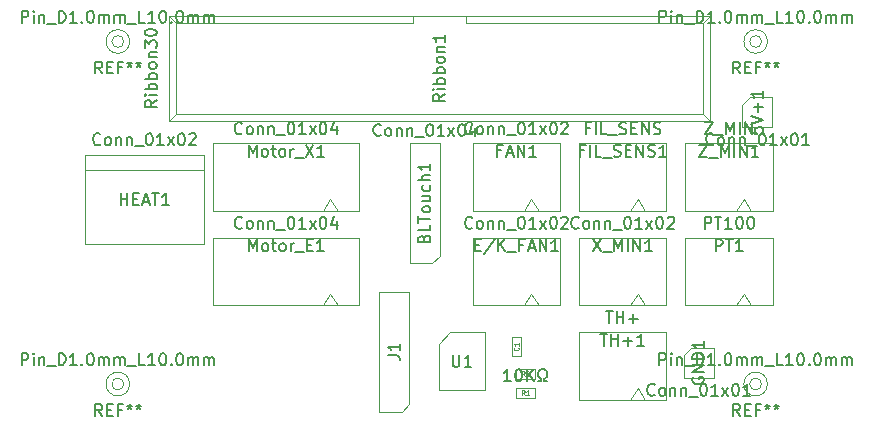
<source format=gbr>
G04 #@! TF.GenerationSoftware,KiCad,Pcbnew,(5.1.0)-1*
G04 #@! TF.CreationDate,2019-11-19T19:29:26+08:00*
G04 #@! TF.ProjectId,RibbonCable_MB_BreakdownBoard,52696262-6f6e-4436-9162-6c655f4d425f,V1.1*
G04 #@! TF.SameCoordinates,Original*
G04 #@! TF.FileFunction,Other,Fab,Top*
%FSLAX46Y46*%
G04 Gerber Fmt 4.6, Leading zero omitted, Abs format (unit mm)*
G04 Created by KiCad (PCBNEW (5.1.0)-1) date 2019-11-19 19:29:26*
%MOMM*%
%LPD*%
G04 APERTURE LIST*
%ADD10C,0.100000*%
%ADD11C,0.120000*%
%ADD12C,0.150000*%
%ADD13C,0.060000*%
G04 APERTURE END LIST*
D10*
X136162500Y-98626000D02*
X137162500Y-97626000D01*
X136162500Y-102526000D02*
X136162500Y-98626000D01*
X140062500Y-102526000D02*
X136162500Y-102526000D01*
X140062500Y-97626000D02*
X140062500Y-102526000D01*
X137162500Y-97626000D02*
X140062500Y-97626000D01*
X142710000Y-100755500D02*
X144310000Y-100755500D01*
X142710000Y-101555500D02*
X142710000Y-100755500D01*
X144310000Y-101555500D02*
X142710000Y-101555500D01*
X144310000Y-100755500D02*
X144310000Y-101555500D01*
X142710000Y-102343000D02*
X144310000Y-102343000D01*
X142710000Y-103143000D02*
X142710000Y-102343000D01*
X144310000Y-103143000D02*
X142710000Y-103143000D01*
X144310000Y-102343000D02*
X144310000Y-103143000D01*
X133667500Y-103695500D02*
X133032500Y-104330500D01*
X133667500Y-94170500D02*
X133667500Y-103695500D01*
X131127500Y-94170500D02*
X133667500Y-94170500D01*
X131127500Y-104330500D02*
X131127500Y-94170500D01*
X133032500Y-104330500D02*
X131127500Y-104330500D01*
X142348000Y-99644000D02*
X142348000Y-98044000D01*
X143148000Y-99644000D02*
X142348000Y-99644000D01*
X143148000Y-98044000D02*
X143148000Y-99644000D01*
X142348000Y-98044000D02*
X143148000Y-98044000D01*
X156908500Y-99568000D02*
X157543500Y-98933000D01*
X156908500Y-101473000D02*
X156908500Y-99568000D01*
X159448500Y-101473000D02*
X156908500Y-101473000D01*
X159448500Y-98933000D02*
X159448500Y-101473000D01*
X157543500Y-98933000D02*
X159448500Y-98933000D01*
X106252000Y-90150000D02*
X116252000Y-90150000D01*
X106252000Y-82650000D02*
X106252000Y-90150000D01*
X116252000Y-82650000D02*
X106252000Y-82650000D01*
X116252000Y-90150000D02*
X116252000Y-82650000D01*
X116202000Y-83850000D02*
X106302000Y-83850000D01*
D11*
X163500000Y-73000000D02*
G75*
G03X163500000Y-73000000I-500000J0D01*
G01*
X164000000Y-73000000D02*
G75*
G03X164000000Y-73000000I-1000000J0D01*
G01*
X164000000Y-102000000D02*
G75*
G03X164000000Y-102000000I-1000000J0D01*
G01*
X163500000Y-102000000D02*
G75*
G03X163500000Y-102000000I-500000J0D01*
G01*
X109500000Y-102000000D02*
G75*
G03X109500000Y-102000000I-500000J0D01*
G01*
X110000000Y-102000000D02*
G75*
G03X110000000Y-102000000I-1000000J0D01*
G01*
X110000000Y-73000000D02*
G75*
G03X110000000Y-73000000I-1000000J0D01*
G01*
X109500000Y-73000000D02*
G75*
G03X109500000Y-73000000I-500000J0D01*
G01*
D10*
X161880000Y-78365000D02*
X162515000Y-77730000D01*
X161880000Y-80270000D02*
X161880000Y-78365000D01*
X164420000Y-80270000D02*
X161880000Y-80270000D01*
X164420000Y-77730000D02*
X164420000Y-80270000D01*
X162515000Y-77730000D02*
X164420000Y-77730000D01*
X162000000Y-86350000D02*
X161375000Y-87350000D01*
X162625000Y-87350000D02*
X162000000Y-86350000D01*
X157050000Y-87350000D02*
X164450000Y-87350000D01*
X157050000Y-81600000D02*
X157050000Y-87350000D01*
X164450000Y-81600000D02*
X157050000Y-81600000D01*
X164450000Y-87350000D02*
X164450000Y-81600000D01*
X153000000Y-94350000D02*
X152375000Y-95350000D01*
X153625000Y-95350000D02*
X153000000Y-94350000D01*
X148050000Y-95350000D02*
X155450000Y-95350000D01*
X148050000Y-89600000D02*
X148050000Y-95350000D01*
X155450000Y-89600000D02*
X148050000Y-89600000D01*
X155450000Y-95350000D02*
X155450000Y-89600000D01*
X144000000Y-94350000D02*
X143375000Y-95350000D01*
X144625000Y-95350000D02*
X144000000Y-94350000D01*
X139050000Y-95350000D02*
X146450000Y-95350000D01*
X139050000Y-89600000D02*
X139050000Y-95350000D01*
X146450000Y-89600000D02*
X139050000Y-89600000D01*
X146450000Y-95350000D02*
X146450000Y-89600000D01*
X153000000Y-102350000D02*
X152375000Y-103350000D01*
X153625000Y-103350000D02*
X153000000Y-102350000D01*
X148050000Y-103350000D02*
X155450000Y-103350000D01*
X148050000Y-97600000D02*
X148050000Y-103350000D01*
X155450000Y-97600000D02*
X148050000Y-97600000D01*
X155450000Y-103350000D02*
X155450000Y-97600000D01*
X113340000Y-70845000D02*
X113900000Y-71395000D01*
X159100000Y-70845000D02*
X158560000Y-71395000D01*
X113340000Y-79695000D02*
X113900000Y-79145000D01*
X159100000Y-79695000D02*
X158560000Y-79145000D01*
X113900000Y-79145000D02*
X113900000Y-71395000D01*
X113340000Y-79695000D02*
X113340000Y-70845000D01*
X158560000Y-79145000D02*
X158560000Y-71395000D01*
X159100000Y-79695000D02*
X159100000Y-70845000D01*
X133970000Y-71395000D02*
X133970000Y-70845000D01*
X138470000Y-71395000D02*
X138470000Y-70855000D01*
X133970000Y-71395000D02*
X113900000Y-71395000D01*
X158560000Y-71395000D02*
X138470000Y-71395000D01*
X159100000Y-70845000D02*
X113340000Y-70845000D01*
X158560000Y-79145000D02*
X113900000Y-79145000D01*
X159100000Y-79695000D02*
X113340000Y-79695000D01*
X162000000Y-94350000D02*
X161375000Y-95350000D01*
X162625000Y-95350000D02*
X162000000Y-94350000D01*
X157050000Y-95350000D02*
X164450000Y-95350000D01*
X157050000Y-89600000D02*
X157050000Y-95350000D01*
X164450000Y-89600000D02*
X157050000Y-89600000D01*
X164450000Y-95350000D02*
X164450000Y-89600000D01*
X127000000Y-86350000D02*
X126375000Y-87350000D01*
X127625000Y-87350000D02*
X127000000Y-86350000D01*
X117050000Y-87350000D02*
X129450000Y-87350000D01*
X117050000Y-81600000D02*
X117050000Y-87350000D01*
X129450000Y-81600000D02*
X117050000Y-81600000D01*
X129450000Y-87350000D02*
X129450000Y-81600000D01*
X127000000Y-94350000D02*
X126375000Y-95350000D01*
X127625000Y-95350000D02*
X127000000Y-94350000D01*
X117050000Y-95350000D02*
X129450000Y-95350000D01*
X117050000Y-89600000D02*
X117050000Y-95350000D01*
X129450000Y-89600000D02*
X117050000Y-89600000D01*
X129450000Y-95350000D02*
X129450000Y-89600000D01*
X153000000Y-86350000D02*
X152375000Y-87350000D01*
X153625000Y-87350000D02*
X153000000Y-86350000D01*
X148050000Y-87350000D02*
X155450000Y-87350000D01*
X148050000Y-81600000D02*
X148050000Y-87350000D01*
X155450000Y-81600000D02*
X148050000Y-81600000D01*
X155450000Y-87350000D02*
X155450000Y-81600000D01*
X144000000Y-86350000D02*
X143375000Y-87350000D01*
X144625000Y-87350000D02*
X144000000Y-86350000D01*
X139050000Y-87350000D02*
X146450000Y-87350000D01*
X139050000Y-81600000D02*
X139050000Y-87350000D01*
X146450000Y-81600000D02*
X139050000Y-81600000D01*
X146450000Y-87350000D02*
X146450000Y-81600000D01*
X136270000Y-91135000D02*
X135635000Y-91770000D01*
X136270000Y-81610000D02*
X136270000Y-91135000D01*
X133730000Y-81610000D02*
X136270000Y-81610000D01*
X133730000Y-91770000D02*
X133730000Y-81610000D01*
X135635000Y-91770000D02*
X133730000Y-91770000D01*
D12*
X137350595Y-99528380D02*
X137350595Y-100337904D01*
X137398214Y-100433142D01*
X137445833Y-100480761D01*
X137541071Y-100528380D01*
X137731547Y-100528380D01*
X137826785Y-100480761D01*
X137874404Y-100433142D01*
X137922023Y-100337904D01*
X137922023Y-99528380D01*
X138922023Y-100528380D02*
X138350595Y-100528380D01*
X138636309Y-100528380D02*
X138636309Y-99528380D01*
X138541071Y-99671238D01*
X138445833Y-99766476D01*
X138350595Y-99814095D01*
D13*
X143443333Y-101336452D02*
X143310000Y-101145976D01*
X143214761Y-101336452D02*
X143214761Y-100936452D01*
X143367142Y-100936452D01*
X143405238Y-100955500D01*
X143424285Y-100974547D01*
X143443333Y-101012642D01*
X143443333Y-101069785D01*
X143424285Y-101107880D01*
X143405238Y-101126928D01*
X143367142Y-101145976D01*
X143214761Y-101145976D01*
X143595714Y-100974547D02*
X143614761Y-100955500D01*
X143652857Y-100936452D01*
X143748095Y-100936452D01*
X143786190Y-100955500D01*
X143805238Y-100974547D01*
X143824285Y-101012642D01*
X143824285Y-101050738D01*
X143805238Y-101107880D01*
X143576666Y-101336452D01*
X143824285Y-101336452D01*
D12*
X142248095Y-101765380D02*
X141676666Y-101765380D01*
X141962380Y-101765380D02*
X141962380Y-100765380D01*
X141867142Y-100908238D01*
X141771904Y-101003476D01*
X141676666Y-101051095D01*
X142867142Y-100765380D02*
X142962380Y-100765380D01*
X143057619Y-100813000D01*
X143105238Y-100860619D01*
X143152857Y-100955857D01*
X143200476Y-101146333D01*
X143200476Y-101384428D01*
X143152857Y-101574904D01*
X143105238Y-101670142D01*
X143057619Y-101717761D01*
X142962380Y-101765380D01*
X142867142Y-101765380D01*
X142771904Y-101717761D01*
X142724285Y-101670142D01*
X142676666Y-101574904D01*
X142629047Y-101384428D01*
X142629047Y-101146333D01*
X142676666Y-100955857D01*
X142724285Y-100860619D01*
X142771904Y-100813000D01*
X142867142Y-100765380D01*
X143629047Y-101765380D02*
X143629047Y-100765380D01*
X144200476Y-101765380D02*
X143771904Y-101193952D01*
X144200476Y-100765380D02*
X143629047Y-101336809D01*
X144581428Y-101765380D02*
X144819523Y-101765380D01*
X144819523Y-101574904D01*
X144724285Y-101527285D01*
X144629047Y-101432047D01*
X144581428Y-101289190D01*
X144581428Y-101051095D01*
X144629047Y-100908238D01*
X144724285Y-100813000D01*
X144867142Y-100765380D01*
X145057619Y-100765380D01*
X145200476Y-100813000D01*
X145295714Y-100908238D01*
X145343333Y-101051095D01*
X145343333Y-101289190D01*
X145295714Y-101432047D01*
X145200476Y-101527285D01*
X145105238Y-101574904D01*
X145105238Y-101765380D01*
X145343333Y-101765380D01*
D13*
X143443333Y-102923952D02*
X143310000Y-102733476D01*
X143214761Y-102923952D02*
X143214761Y-102523952D01*
X143367142Y-102523952D01*
X143405238Y-102543000D01*
X143424285Y-102562047D01*
X143443333Y-102600142D01*
X143443333Y-102657285D01*
X143424285Y-102695380D01*
X143405238Y-102714428D01*
X143367142Y-102733476D01*
X143214761Y-102733476D01*
X143824285Y-102923952D02*
X143595714Y-102923952D01*
X143710000Y-102923952D02*
X143710000Y-102523952D01*
X143671904Y-102581095D01*
X143633809Y-102619190D01*
X143595714Y-102638238D01*
D12*
X131849880Y-99583833D02*
X132564166Y-99583833D01*
X132707023Y-99631452D01*
X132802261Y-99726690D01*
X132849880Y-99869547D01*
X132849880Y-99964785D01*
X132849880Y-98583833D02*
X132849880Y-99155261D01*
X132849880Y-98869547D02*
X131849880Y-98869547D01*
X131992738Y-98964785D01*
X132087976Y-99060023D01*
X132135595Y-99155261D01*
D13*
X142890857Y-98910666D02*
X142909904Y-98929714D01*
X142928952Y-98986857D01*
X142928952Y-99024952D01*
X142909904Y-99082095D01*
X142871809Y-99120190D01*
X142833714Y-99139238D01*
X142757523Y-99158285D01*
X142700380Y-99158285D01*
X142624190Y-99139238D01*
X142586095Y-99120190D01*
X142548000Y-99082095D01*
X142528952Y-99024952D01*
X142528952Y-98986857D01*
X142548000Y-98929714D01*
X142567047Y-98910666D01*
X142928952Y-98529714D02*
X142928952Y-98758285D01*
X142928952Y-98644000D02*
X142528952Y-98644000D01*
X142586095Y-98682095D01*
X142624190Y-98720190D01*
X142643238Y-98758285D01*
D12*
X154440404Y-102890142D02*
X154392785Y-102937761D01*
X154249928Y-102985380D01*
X154154690Y-102985380D01*
X154011833Y-102937761D01*
X153916595Y-102842523D01*
X153868976Y-102747285D01*
X153821357Y-102556809D01*
X153821357Y-102413952D01*
X153868976Y-102223476D01*
X153916595Y-102128238D01*
X154011833Y-102033000D01*
X154154690Y-101985380D01*
X154249928Y-101985380D01*
X154392785Y-102033000D01*
X154440404Y-102080619D01*
X155011833Y-102985380D02*
X154916595Y-102937761D01*
X154868976Y-102890142D01*
X154821357Y-102794904D01*
X154821357Y-102509190D01*
X154868976Y-102413952D01*
X154916595Y-102366333D01*
X155011833Y-102318714D01*
X155154690Y-102318714D01*
X155249928Y-102366333D01*
X155297547Y-102413952D01*
X155345166Y-102509190D01*
X155345166Y-102794904D01*
X155297547Y-102890142D01*
X155249928Y-102937761D01*
X155154690Y-102985380D01*
X155011833Y-102985380D01*
X155773738Y-102318714D02*
X155773738Y-102985380D01*
X155773738Y-102413952D02*
X155821357Y-102366333D01*
X155916595Y-102318714D01*
X156059452Y-102318714D01*
X156154690Y-102366333D01*
X156202309Y-102461571D01*
X156202309Y-102985380D01*
X156678500Y-102318714D02*
X156678500Y-102985380D01*
X156678500Y-102413952D02*
X156726119Y-102366333D01*
X156821357Y-102318714D01*
X156964214Y-102318714D01*
X157059452Y-102366333D01*
X157107071Y-102461571D01*
X157107071Y-102985380D01*
X157345166Y-103080619D02*
X158107071Y-103080619D01*
X158535642Y-101985380D02*
X158630880Y-101985380D01*
X158726119Y-102033000D01*
X158773738Y-102080619D01*
X158821357Y-102175857D01*
X158868976Y-102366333D01*
X158868976Y-102604428D01*
X158821357Y-102794904D01*
X158773738Y-102890142D01*
X158726119Y-102937761D01*
X158630880Y-102985380D01*
X158535642Y-102985380D01*
X158440404Y-102937761D01*
X158392785Y-102890142D01*
X158345166Y-102794904D01*
X158297547Y-102604428D01*
X158297547Y-102366333D01*
X158345166Y-102175857D01*
X158392785Y-102080619D01*
X158440404Y-102033000D01*
X158535642Y-101985380D01*
X159821357Y-102985380D02*
X159249928Y-102985380D01*
X159535642Y-102985380D02*
X159535642Y-101985380D01*
X159440404Y-102128238D01*
X159345166Y-102223476D01*
X159249928Y-102271095D01*
X160154690Y-102985380D02*
X160678500Y-102318714D01*
X160154690Y-102318714D02*
X160678500Y-102985380D01*
X161249928Y-101985380D02*
X161345166Y-101985380D01*
X161440404Y-102033000D01*
X161488023Y-102080619D01*
X161535642Y-102175857D01*
X161583261Y-102366333D01*
X161583261Y-102604428D01*
X161535642Y-102794904D01*
X161488023Y-102890142D01*
X161440404Y-102937761D01*
X161345166Y-102985380D01*
X161249928Y-102985380D01*
X161154690Y-102937761D01*
X161107071Y-102890142D01*
X161059452Y-102794904D01*
X161011833Y-102604428D01*
X161011833Y-102366333D01*
X161059452Y-102175857D01*
X161107071Y-102080619D01*
X161154690Y-102033000D01*
X161249928Y-101985380D01*
X162535642Y-102985380D02*
X161964214Y-102985380D01*
X162249928Y-102985380D02*
X162249928Y-101985380D01*
X162154690Y-102128238D01*
X162059452Y-102223476D01*
X161964214Y-102271095D01*
X157678500Y-101441095D02*
X157630880Y-101536333D01*
X157630880Y-101679190D01*
X157678500Y-101822047D01*
X157773738Y-101917285D01*
X157868976Y-101964904D01*
X158059452Y-102012523D01*
X158202309Y-102012523D01*
X158392785Y-101964904D01*
X158488023Y-101917285D01*
X158583261Y-101822047D01*
X158630880Y-101679190D01*
X158630880Y-101583952D01*
X158583261Y-101441095D01*
X158535642Y-101393476D01*
X158202309Y-101393476D01*
X158202309Y-101583952D01*
X158630880Y-100964904D02*
X157630880Y-100964904D01*
X158630880Y-100393476D01*
X157630880Y-100393476D01*
X158630880Y-99917285D02*
X157630880Y-99917285D01*
X157630880Y-99679190D01*
X157678500Y-99536333D01*
X157773738Y-99441095D01*
X157868976Y-99393476D01*
X158059452Y-99345857D01*
X158202309Y-99345857D01*
X158392785Y-99393476D01*
X158488023Y-99441095D01*
X158583261Y-99536333D01*
X158630880Y-99679190D01*
X158630880Y-99917285D01*
X158630880Y-98393476D02*
X158630880Y-98964904D01*
X158630880Y-98679190D02*
X157630880Y-98679190D01*
X157773738Y-98774428D01*
X157868976Y-98869666D01*
X157916595Y-98964904D01*
X107513904Y-81677142D02*
X107466285Y-81724761D01*
X107323428Y-81772380D01*
X107228190Y-81772380D01*
X107085333Y-81724761D01*
X106990095Y-81629523D01*
X106942476Y-81534285D01*
X106894857Y-81343809D01*
X106894857Y-81200952D01*
X106942476Y-81010476D01*
X106990095Y-80915238D01*
X107085333Y-80820000D01*
X107228190Y-80772380D01*
X107323428Y-80772380D01*
X107466285Y-80820000D01*
X107513904Y-80867619D01*
X108085333Y-81772380D02*
X107990095Y-81724761D01*
X107942476Y-81677142D01*
X107894857Y-81581904D01*
X107894857Y-81296190D01*
X107942476Y-81200952D01*
X107990095Y-81153333D01*
X108085333Y-81105714D01*
X108228190Y-81105714D01*
X108323428Y-81153333D01*
X108371047Y-81200952D01*
X108418666Y-81296190D01*
X108418666Y-81581904D01*
X108371047Y-81677142D01*
X108323428Y-81724761D01*
X108228190Y-81772380D01*
X108085333Y-81772380D01*
X108847238Y-81105714D02*
X108847238Y-81772380D01*
X108847238Y-81200952D02*
X108894857Y-81153333D01*
X108990095Y-81105714D01*
X109132952Y-81105714D01*
X109228190Y-81153333D01*
X109275809Y-81248571D01*
X109275809Y-81772380D01*
X109752000Y-81105714D02*
X109752000Y-81772380D01*
X109752000Y-81200952D02*
X109799619Y-81153333D01*
X109894857Y-81105714D01*
X110037714Y-81105714D01*
X110132952Y-81153333D01*
X110180571Y-81248571D01*
X110180571Y-81772380D01*
X110418666Y-81867619D02*
X111180571Y-81867619D01*
X111609142Y-80772380D02*
X111704380Y-80772380D01*
X111799619Y-80820000D01*
X111847238Y-80867619D01*
X111894857Y-80962857D01*
X111942476Y-81153333D01*
X111942476Y-81391428D01*
X111894857Y-81581904D01*
X111847238Y-81677142D01*
X111799619Y-81724761D01*
X111704380Y-81772380D01*
X111609142Y-81772380D01*
X111513904Y-81724761D01*
X111466285Y-81677142D01*
X111418666Y-81581904D01*
X111371047Y-81391428D01*
X111371047Y-81153333D01*
X111418666Y-80962857D01*
X111466285Y-80867619D01*
X111513904Y-80820000D01*
X111609142Y-80772380D01*
X112894857Y-81772380D02*
X112323428Y-81772380D01*
X112609142Y-81772380D02*
X112609142Y-80772380D01*
X112513904Y-80915238D01*
X112418666Y-81010476D01*
X112323428Y-81058095D01*
X113228190Y-81772380D02*
X113752000Y-81105714D01*
X113228190Y-81105714D02*
X113752000Y-81772380D01*
X114323428Y-80772380D02*
X114418666Y-80772380D01*
X114513904Y-80820000D01*
X114561523Y-80867619D01*
X114609142Y-80962857D01*
X114656761Y-81153333D01*
X114656761Y-81391428D01*
X114609142Y-81581904D01*
X114561523Y-81677142D01*
X114513904Y-81724761D01*
X114418666Y-81772380D01*
X114323428Y-81772380D01*
X114228190Y-81724761D01*
X114180571Y-81677142D01*
X114132952Y-81581904D01*
X114085333Y-81391428D01*
X114085333Y-81153333D01*
X114132952Y-80962857D01*
X114180571Y-80867619D01*
X114228190Y-80820000D01*
X114323428Y-80772380D01*
X115037714Y-80867619D02*
X115085333Y-80820000D01*
X115180571Y-80772380D01*
X115418666Y-80772380D01*
X115513904Y-80820000D01*
X115561523Y-80867619D01*
X115609142Y-80962857D01*
X115609142Y-81058095D01*
X115561523Y-81200952D01*
X114990095Y-81772380D01*
X115609142Y-81772380D01*
X109228190Y-86852380D02*
X109228190Y-85852380D01*
X109228190Y-86328571D02*
X109799619Y-86328571D01*
X109799619Y-86852380D02*
X109799619Y-85852380D01*
X110275809Y-86328571D02*
X110609142Y-86328571D01*
X110752000Y-86852380D02*
X110275809Y-86852380D01*
X110275809Y-85852380D01*
X110752000Y-85852380D01*
X111132952Y-86566666D02*
X111609142Y-86566666D01*
X111037714Y-86852380D02*
X111371047Y-85852380D01*
X111704380Y-86852380D01*
X111894857Y-85852380D02*
X112466285Y-85852380D01*
X112180571Y-86852380D02*
X112180571Y-85852380D01*
X113323428Y-86852380D02*
X112752000Y-86852380D01*
X113037714Y-86852380D02*
X113037714Y-85852380D01*
X112942476Y-85995238D01*
X112847238Y-86090476D01*
X112752000Y-86138095D01*
X154857142Y-71402380D02*
X154857142Y-70402380D01*
X155238095Y-70402380D01*
X155333333Y-70450000D01*
X155380952Y-70497619D01*
X155428571Y-70592857D01*
X155428571Y-70735714D01*
X155380952Y-70830952D01*
X155333333Y-70878571D01*
X155238095Y-70926190D01*
X154857142Y-70926190D01*
X155857142Y-71402380D02*
X155857142Y-70735714D01*
X155857142Y-70402380D02*
X155809523Y-70450000D01*
X155857142Y-70497619D01*
X155904761Y-70450000D01*
X155857142Y-70402380D01*
X155857142Y-70497619D01*
X156333333Y-70735714D02*
X156333333Y-71402380D01*
X156333333Y-70830952D02*
X156380952Y-70783333D01*
X156476190Y-70735714D01*
X156619047Y-70735714D01*
X156714285Y-70783333D01*
X156761904Y-70878571D01*
X156761904Y-71402380D01*
X157000000Y-71497619D02*
X157761904Y-71497619D01*
X158000000Y-71402380D02*
X158000000Y-70402380D01*
X158238095Y-70402380D01*
X158380952Y-70450000D01*
X158476190Y-70545238D01*
X158523809Y-70640476D01*
X158571428Y-70830952D01*
X158571428Y-70973809D01*
X158523809Y-71164285D01*
X158476190Y-71259523D01*
X158380952Y-71354761D01*
X158238095Y-71402380D01*
X158000000Y-71402380D01*
X159523809Y-71402380D02*
X158952380Y-71402380D01*
X159238095Y-71402380D02*
X159238095Y-70402380D01*
X159142857Y-70545238D01*
X159047619Y-70640476D01*
X158952380Y-70688095D01*
X159952380Y-71307142D02*
X160000000Y-71354761D01*
X159952380Y-71402380D01*
X159904761Y-71354761D01*
X159952380Y-71307142D01*
X159952380Y-71402380D01*
X160619047Y-70402380D02*
X160714285Y-70402380D01*
X160809523Y-70450000D01*
X160857142Y-70497619D01*
X160904761Y-70592857D01*
X160952380Y-70783333D01*
X160952380Y-71021428D01*
X160904761Y-71211904D01*
X160857142Y-71307142D01*
X160809523Y-71354761D01*
X160714285Y-71402380D01*
X160619047Y-71402380D01*
X160523809Y-71354761D01*
X160476190Y-71307142D01*
X160428571Y-71211904D01*
X160380952Y-71021428D01*
X160380952Y-70783333D01*
X160428571Y-70592857D01*
X160476190Y-70497619D01*
X160523809Y-70450000D01*
X160619047Y-70402380D01*
X161380952Y-71402380D02*
X161380952Y-70735714D01*
X161380952Y-70830952D02*
X161428571Y-70783333D01*
X161523809Y-70735714D01*
X161666666Y-70735714D01*
X161761904Y-70783333D01*
X161809523Y-70878571D01*
X161809523Y-71402380D01*
X161809523Y-70878571D02*
X161857142Y-70783333D01*
X161952380Y-70735714D01*
X162095238Y-70735714D01*
X162190476Y-70783333D01*
X162238095Y-70878571D01*
X162238095Y-71402380D01*
X162714285Y-71402380D02*
X162714285Y-70735714D01*
X162714285Y-70830952D02*
X162761904Y-70783333D01*
X162857142Y-70735714D01*
X163000000Y-70735714D01*
X163095238Y-70783333D01*
X163142857Y-70878571D01*
X163142857Y-71402380D01*
X163142857Y-70878571D02*
X163190476Y-70783333D01*
X163285714Y-70735714D01*
X163428571Y-70735714D01*
X163523809Y-70783333D01*
X163571428Y-70878571D01*
X163571428Y-71402380D01*
X163809523Y-71497619D02*
X164571428Y-71497619D01*
X165285714Y-71402380D02*
X164809523Y-71402380D01*
X164809523Y-70402380D01*
X166142857Y-71402380D02*
X165571428Y-71402380D01*
X165857142Y-71402380D02*
X165857142Y-70402380D01*
X165761904Y-70545238D01*
X165666666Y-70640476D01*
X165571428Y-70688095D01*
X166761904Y-70402380D02*
X166857142Y-70402380D01*
X166952380Y-70450000D01*
X167000000Y-70497619D01*
X167047619Y-70592857D01*
X167095238Y-70783333D01*
X167095238Y-71021428D01*
X167047619Y-71211904D01*
X167000000Y-71307142D01*
X166952380Y-71354761D01*
X166857142Y-71402380D01*
X166761904Y-71402380D01*
X166666666Y-71354761D01*
X166619047Y-71307142D01*
X166571428Y-71211904D01*
X166523809Y-71021428D01*
X166523809Y-70783333D01*
X166571428Y-70592857D01*
X166619047Y-70497619D01*
X166666666Y-70450000D01*
X166761904Y-70402380D01*
X167523809Y-71307142D02*
X167571428Y-71354761D01*
X167523809Y-71402380D01*
X167476190Y-71354761D01*
X167523809Y-71307142D01*
X167523809Y-71402380D01*
X168190476Y-70402380D02*
X168285714Y-70402380D01*
X168380952Y-70450000D01*
X168428571Y-70497619D01*
X168476190Y-70592857D01*
X168523809Y-70783333D01*
X168523809Y-71021428D01*
X168476190Y-71211904D01*
X168428571Y-71307142D01*
X168380952Y-71354761D01*
X168285714Y-71402380D01*
X168190476Y-71402380D01*
X168095238Y-71354761D01*
X168047619Y-71307142D01*
X168000000Y-71211904D01*
X167952380Y-71021428D01*
X167952380Y-70783333D01*
X168000000Y-70592857D01*
X168047619Y-70497619D01*
X168095238Y-70450000D01*
X168190476Y-70402380D01*
X168952380Y-71402380D02*
X168952380Y-70735714D01*
X168952380Y-70830952D02*
X169000000Y-70783333D01*
X169095238Y-70735714D01*
X169238095Y-70735714D01*
X169333333Y-70783333D01*
X169380952Y-70878571D01*
X169380952Y-71402380D01*
X169380952Y-70878571D02*
X169428571Y-70783333D01*
X169523809Y-70735714D01*
X169666666Y-70735714D01*
X169761904Y-70783333D01*
X169809523Y-70878571D01*
X169809523Y-71402380D01*
X170285714Y-71402380D02*
X170285714Y-70735714D01*
X170285714Y-70830952D02*
X170333333Y-70783333D01*
X170428571Y-70735714D01*
X170571428Y-70735714D01*
X170666666Y-70783333D01*
X170714285Y-70878571D01*
X170714285Y-71402380D01*
X170714285Y-70878571D02*
X170761904Y-70783333D01*
X170857142Y-70735714D01*
X171000000Y-70735714D01*
X171095238Y-70783333D01*
X171142857Y-70878571D01*
X171142857Y-71402380D01*
X161666666Y-75702380D02*
X161333333Y-75226190D01*
X161095238Y-75702380D02*
X161095238Y-74702380D01*
X161476190Y-74702380D01*
X161571428Y-74750000D01*
X161619047Y-74797619D01*
X161666666Y-74892857D01*
X161666666Y-75035714D01*
X161619047Y-75130952D01*
X161571428Y-75178571D01*
X161476190Y-75226190D01*
X161095238Y-75226190D01*
X162095238Y-75178571D02*
X162428571Y-75178571D01*
X162571428Y-75702380D02*
X162095238Y-75702380D01*
X162095238Y-74702380D01*
X162571428Y-74702380D01*
X163333333Y-75178571D02*
X163000000Y-75178571D01*
X163000000Y-75702380D02*
X163000000Y-74702380D01*
X163476190Y-74702380D01*
X164000000Y-74702380D02*
X164000000Y-74940476D01*
X163761904Y-74845238D02*
X164000000Y-74940476D01*
X164238095Y-74845238D01*
X163857142Y-75130952D02*
X164000000Y-74940476D01*
X164142857Y-75130952D01*
X164761904Y-74702380D02*
X164761904Y-74940476D01*
X164523809Y-74845238D02*
X164761904Y-74940476D01*
X165000000Y-74845238D01*
X164619047Y-75130952D02*
X164761904Y-74940476D01*
X164904761Y-75130952D01*
X154857142Y-100402380D02*
X154857142Y-99402380D01*
X155238095Y-99402380D01*
X155333333Y-99450000D01*
X155380952Y-99497619D01*
X155428571Y-99592857D01*
X155428571Y-99735714D01*
X155380952Y-99830952D01*
X155333333Y-99878571D01*
X155238095Y-99926190D01*
X154857142Y-99926190D01*
X155857142Y-100402380D02*
X155857142Y-99735714D01*
X155857142Y-99402380D02*
X155809523Y-99450000D01*
X155857142Y-99497619D01*
X155904761Y-99450000D01*
X155857142Y-99402380D01*
X155857142Y-99497619D01*
X156333333Y-99735714D02*
X156333333Y-100402380D01*
X156333333Y-99830952D02*
X156380952Y-99783333D01*
X156476190Y-99735714D01*
X156619047Y-99735714D01*
X156714285Y-99783333D01*
X156761904Y-99878571D01*
X156761904Y-100402380D01*
X157000000Y-100497619D02*
X157761904Y-100497619D01*
X158000000Y-100402380D02*
X158000000Y-99402380D01*
X158238095Y-99402380D01*
X158380952Y-99450000D01*
X158476190Y-99545238D01*
X158523809Y-99640476D01*
X158571428Y-99830952D01*
X158571428Y-99973809D01*
X158523809Y-100164285D01*
X158476190Y-100259523D01*
X158380952Y-100354761D01*
X158238095Y-100402380D01*
X158000000Y-100402380D01*
X159523809Y-100402380D02*
X158952380Y-100402380D01*
X159238095Y-100402380D02*
X159238095Y-99402380D01*
X159142857Y-99545238D01*
X159047619Y-99640476D01*
X158952380Y-99688095D01*
X159952380Y-100307142D02*
X160000000Y-100354761D01*
X159952380Y-100402380D01*
X159904761Y-100354761D01*
X159952380Y-100307142D01*
X159952380Y-100402380D01*
X160619047Y-99402380D02*
X160714285Y-99402380D01*
X160809523Y-99450000D01*
X160857142Y-99497619D01*
X160904761Y-99592857D01*
X160952380Y-99783333D01*
X160952380Y-100021428D01*
X160904761Y-100211904D01*
X160857142Y-100307142D01*
X160809523Y-100354761D01*
X160714285Y-100402380D01*
X160619047Y-100402380D01*
X160523809Y-100354761D01*
X160476190Y-100307142D01*
X160428571Y-100211904D01*
X160380952Y-100021428D01*
X160380952Y-99783333D01*
X160428571Y-99592857D01*
X160476190Y-99497619D01*
X160523809Y-99450000D01*
X160619047Y-99402380D01*
X161380952Y-100402380D02*
X161380952Y-99735714D01*
X161380952Y-99830952D02*
X161428571Y-99783333D01*
X161523809Y-99735714D01*
X161666666Y-99735714D01*
X161761904Y-99783333D01*
X161809523Y-99878571D01*
X161809523Y-100402380D01*
X161809523Y-99878571D02*
X161857142Y-99783333D01*
X161952380Y-99735714D01*
X162095238Y-99735714D01*
X162190476Y-99783333D01*
X162238095Y-99878571D01*
X162238095Y-100402380D01*
X162714285Y-100402380D02*
X162714285Y-99735714D01*
X162714285Y-99830952D02*
X162761904Y-99783333D01*
X162857142Y-99735714D01*
X163000000Y-99735714D01*
X163095238Y-99783333D01*
X163142857Y-99878571D01*
X163142857Y-100402380D01*
X163142857Y-99878571D02*
X163190476Y-99783333D01*
X163285714Y-99735714D01*
X163428571Y-99735714D01*
X163523809Y-99783333D01*
X163571428Y-99878571D01*
X163571428Y-100402380D01*
X163809523Y-100497619D02*
X164571428Y-100497619D01*
X165285714Y-100402380D02*
X164809523Y-100402380D01*
X164809523Y-99402380D01*
X166142857Y-100402380D02*
X165571428Y-100402380D01*
X165857142Y-100402380D02*
X165857142Y-99402380D01*
X165761904Y-99545238D01*
X165666666Y-99640476D01*
X165571428Y-99688095D01*
X166761904Y-99402380D02*
X166857142Y-99402380D01*
X166952380Y-99450000D01*
X167000000Y-99497619D01*
X167047619Y-99592857D01*
X167095238Y-99783333D01*
X167095238Y-100021428D01*
X167047619Y-100211904D01*
X167000000Y-100307142D01*
X166952380Y-100354761D01*
X166857142Y-100402380D01*
X166761904Y-100402380D01*
X166666666Y-100354761D01*
X166619047Y-100307142D01*
X166571428Y-100211904D01*
X166523809Y-100021428D01*
X166523809Y-99783333D01*
X166571428Y-99592857D01*
X166619047Y-99497619D01*
X166666666Y-99450000D01*
X166761904Y-99402380D01*
X167523809Y-100307142D02*
X167571428Y-100354761D01*
X167523809Y-100402380D01*
X167476190Y-100354761D01*
X167523809Y-100307142D01*
X167523809Y-100402380D01*
X168190476Y-99402380D02*
X168285714Y-99402380D01*
X168380952Y-99450000D01*
X168428571Y-99497619D01*
X168476190Y-99592857D01*
X168523809Y-99783333D01*
X168523809Y-100021428D01*
X168476190Y-100211904D01*
X168428571Y-100307142D01*
X168380952Y-100354761D01*
X168285714Y-100402380D01*
X168190476Y-100402380D01*
X168095238Y-100354761D01*
X168047619Y-100307142D01*
X168000000Y-100211904D01*
X167952380Y-100021428D01*
X167952380Y-99783333D01*
X168000000Y-99592857D01*
X168047619Y-99497619D01*
X168095238Y-99450000D01*
X168190476Y-99402380D01*
X168952380Y-100402380D02*
X168952380Y-99735714D01*
X168952380Y-99830952D02*
X169000000Y-99783333D01*
X169095238Y-99735714D01*
X169238095Y-99735714D01*
X169333333Y-99783333D01*
X169380952Y-99878571D01*
X169380952Y-100402380D01*
X169380952Y-99878571D02*
X169428571Y-99783333D01*
X169523809Y-99735714D01*
X169666666Y-99735714D01*
X169761904Y-99783333D01*
X169809523Y-99878571D01*
X169809523Y-100402380D01*
X170285714Y-100402380D02*
X170285714Y-99735714D01*
X170285714Y-99830952D02*
X170333333Y-99783333D01*
X170428571Y-99735714D01*
X170571428Y-99735714D01*
X170666666Y-99783333D01*
X170714285Y-99878571D01*
X170714285Y-100402380D01*
X170714285Y-99878571D02*
X170761904Y-99783333D01*
X170857142Y-99735714D01*
X171000000Y-99735714D01*
X171095238Y-99783333D01*
X171142857Y-99878571D01*
X171142857Y-100402380D01*
X161666666Y-104702380D02*
X161333333Y-104226190D01*
X161095238Y-104702380D02*
X161095238Y-103702380D01*
X161476190Y-103702380D01*
X161571428Y-103750000D01*
X161619047Y-103797619D01*
X161666666Y-103892857D01*
X161666666Y-104035714D01*
X161619047Y-104130952D01*
X161571428Y-104178571D01*
X161476190Y-104226190D01*
X161095238Y-104226190D01*
X162095238Y-104178571D02*
X162428571Y-104178571D01*
X162571428Y-104702380D02*
X162095238Y-104702380D01*
X162095238Y-103702380D01*
X162571428Y-103702380D01*
X163333333Y-104178571D02*
X163000000Y-104178571D01*
X163000000Y-104702380D02*
X163000000Y-103702380D01*
X163476190Y-103702380D01*
X164000000Y-103702380D02*
X164000000Y-103940476D01*
X163761904Y-103845238D02*
X164000000Y-103940476D01*
X164238095Y-103845238D01*
X163857142Y-104130952D02*
X164000000Y-103940476D01*
X164142857Y-104130952D01*
X164761904Y-103702380D02*
X164761904Y-103940476D01*
X164523809Y-103845238D02*
X164761904Y-103940476D01*
X165000000Y-103845238D01*
X164619047Y-104130952D02*
X164761904Y-103940476D01*
X164904761Y-104130952D01*
X100857142Y-100402380D02*
X100857142Y-99402380D01*
X101238095Y-99402380D01*
X101333333Y-99450000D01*
X101380952Y-99497619D01*
X101428571Y-99592857D01*
X101428571Y-99735714D01*
X101380952Y-99830952D01*
X101333333Y-99878571D01*
X101238095Y-99926190D01*
X100857142Y-99926190D01*
X101857142Y-100402380D02*
X101857142Y-99735714D01*
X101857142Y-99402380D02*
X101809523Y-99450000D01*
X101857142Y-99497619D01*
X101904761Y-99450000D01*
X101857142Y-99402380D01*
X101857142Y-99497619D01*
X102333333Y-99735714D02*
X102333333Y-100402380D01*
X102333333Y-99830952D02*
X102380952Y-99783333D01*
X102476190Y-99735714D01*
X102619047Y-99735714D01*
X102714285Y-99783333D01*
X102761904Y-99878571D01*
X102761904Y-100402380D01*
X103000000Y-100497619D02*
X103761904Y-100497619D01*
X104000000Y-100402380D02*
X104000000Y-99402380D01*
X104238095Y-99402380D01*
X104380952Y-99450000D01*
X104476190Y-99545238D01*
X104523809Y-99640476D01*
X104571428Y-99830952D01*
X104571428Y-99973809D01*
X104523809Y-100164285D01*
X104476190Y-100259523D01*
X104380952Y-100354761D01*
X104238095Y-100402380D01*
X104000000Y-100402380D01*
X105523809Y-100402380D02*
X104952380Y-100402380D01*
X105238095Y-100402380D02*
X105238095Y-99402380D01*
X105142857Y-99545238D01*
X105047619Y-99640476D01*
X104952380Y-99688095D01*
X105952380Y-100307142D02*
X106000000Y-100354761D01*
X105952380Y-100402380D01*
X105904761Y-100354761D01*
X105952380Y-100307142D01*
X105952380Y-100402380D01*
X106619047Y-99402380D02*
X106714285Y-99402380D01*
X106809523Y-99450000D01*
X106857142Y-99497619D01*
X106904761Y-99592857D01*
X106952380Y-99783333D01*
X106952380Y-100021428D01*
X106904761Y-100211904D01*
X106857142Y-100307142D01*
X106809523Y-100354761D01*
X106714285Y-100402380D01*
X106619047Y-100402380D01*
X106523809Y-100354761D01*
X106476190Y-100307142D01*
X106428571Y-100211904D01*
X106380952Y-100021428D01*
X106380952Y-99783333D01*
X106428571Y-99592857D01*
X106476190Y-99497619D01*
X106523809Y-99450000D01*
X106619047Y-99402380D01*
X107380952Y-100402380D02*
X107380952Y-99735714D01*
X107380952Y-99830952D02*
X107428571Y-99783333D01*
X107523809Y-99735714D01*
X107666666Y-99735714D01*
X107761904Y-99783333D01*
X107809523Y-99878571D01*
X107809523Y-100402380D01*
X107809523Y-99878571D02*
X107857142Y-99783333D01*
X107952380Y-99735714D01*
X108095238Y-99735714D01*
X108190476Y-99783333D01*
X108238095Y-99878571D01*
X108238095Y-100402380D01*
X108714285Y-100402380D02*
X108714285Y-99735714D01*
X108714285Y-99830952D02*
X108761904Y-99783333D01*
X108857142Y-99735714D01*
X108999999Y-99735714D01*
X109095238Y-99783333D01*
X109142857Y-99878571D01*
X109142857Y-100402380D01*
X109142857Y-99878571D02*
X109190476Y-99783333D01*
X109285714Y-99735714D01*
X109428571Y-99735714D01*
X109523809Y-99783333D01*
X109571428Y-99878571D01*
X109571428Y-100402380D01*
X109809523Y-100497619D02*
X110571428Y-100497619D01*
X111285714Y-100402380D02*
X110809523Y-100402380D01*
X110809523Y-99402380D01*
X112142857Y-100402380D02*
X111571428Y-100402380D01*
X111857142Y-100402380D02*
X111857142Y-99402380D01*
X111761904Y-99545238D01*
X111666666Y-99640476D01*
X111571428Y-99688095D01*
X112761904Y-99402380D02*
X112857142Y-99402380D01*
X112952380Y-99450000D01*
X112999999Y-99497619D01*
X113047619Y-99592857D01*
X113095238Y-99783333D01*
X113095238Y-100021428D01*
X113047619Y-100211904D01*
X112999999Y-100307142D01*
X112952380Y-100354761D01*
X112857142Y-100402380D01*
X112761904Y-100402380D01*
X112666666Y-100354761D01*
X112619047Y-100307142D01*
X112571428Y-100211904D01*
X112523809Y-100021428D01*
X112523809Y-99783333D01*
X112571428Y-99592857D01*
X112619047Y-99497619D01*
X112666666Y-99450000D01*
X112761904Y-99402380D01*
X113523809Y-100307142D02*
X113571428Y-100354761D01*
X113523809Y-100402380D01*
X113476190Y-100354761D01*
X113523809Y-100307142D01*
X113523809Y-100402380D01*
X114190476Y-99402380D02*
X114285714Y-99402380D01*
X114380952Y-99450000D01*
X114428571Y-99497619D01*
X114476190Y-99592857D01*
X114523809Y-99783333D01*
X114523809Y-100021428D01*
X114476190Y-100211904D01*
X114428571Y-100307142D01*
X114380952Y-100354761D01*
X114285714Y-100402380D01*
X114190476Y-100402380D01*
X114095238Y-100354761D01*
X114047619Y-100307142D01*
X113999999Y-100211904D01*
X113952380Y-100021428D01*
X113952380Y-99783333D01*
X113999999Y-99592857D01*
X114047619Y-99497619D01*
X114095238Y-99450000D01*
X114190476Y-99402380D01*
X114952380Y-100402380D02*
X114952380Y-99735714D01*
X114952380Y-99830952D02*
X114999999Y-99783333D01*
X115095238Y-99735714D01*
X115238095Y-99735714D01*
X115333333Y-99783333D01*
X115380952Y-99878571D01*
X115380952Y-100402380D01*
X115380952Y-99878571D02*
X115428571Y-99783333D01*
X115523809Y-99735714D01*
X115666666Y-99735714D01*
X115761904Y-99783333D01*
X115809523Y-99878571D01*
X115809523Y-100402380D01*
X116285714Y-100402380D02*
X116285714Y-99735714D01*
X116285714Y-99830952D02*
X116333333Y-99783333D01*
X116428571Y-99735714D01*
X116571428Y-99735714D01*
X116666666Y-99783333D01*
X116714285Y-99878571D01*
X116714285Y-100402380D01*
X116714285Y-99878571D02*
X116761904Y-99783333D01*
X116857142Y-99735714D01*
X116999999Y-99735714D01*
X117095238Y-99783333D01*
X117142857Y-99878571D01*
X117142857Y-100402380D01*
X107666666Y-104702380D02*
X107333333Y-104226190D01*
X107095238Y-104702380D02*
X107095238Y-103702380D01*
X107476190Y-103702380D01*
X107571428Y-103750000D01*
X107619047Y-103797619D01*
X107666666Y-103892857D01*
X107666666Y-104035714D01*
X107619047Y-104130952D01*
X107571428Y-104178571D01*
X107476190Y-104226190D01*
X107095238Y-104226190D01*
X108095238Y-104178571D02*
X108428571Y-104178571D01*
X108571428Y-104702380D02*
X108095238Y-104702380D01*
X108095238Y-103702380D01*
X108571428Y-103702380D01*
X109333333Y-104178571D02*
X109000000Y-104178571D01*
X109000000Y-104702380D02*
X109000000Y-103702380D01*
X109476190Y-103702380D01*
X110000000Y-103702380D02*
X110000000Y-103940476D01*
X109761904Y-103845238D02*
X110000000Y-103940476D01*
X110238095Y-103845238D01*
X109857142Y-104130952D02*
X110000000Y-103940476D01*
X110142857Y-104130952D01*
X110761904Y-103702380D02*
X110761904Y-103940476D01*
X110523809Y-103845238D02*
X110761904Y-103940476D01*
X111000000Y-103845238D01*
X110619047Y-104130952D02*
X110761904Y-103940476D01*
X110904761Y-104130952D01*
X100857142Y-71402380D02*
X100857142Y-70402380D01*
X101238095Y-70402380D01*
X101333333Y-70450000D01*
X101380952Y-70497619D01*
X101428571Y-70592857D01*
X101428571Y-70735714D01*
X101380952Y-70830952D01*
X101333333Y-70878571D01*
X101238095Y-70926190D01*
X100857142Y-70926190D01*
X101857142Y-71402380D02*
X101857142Y-70735714D01*
X101857142Y-70402380D02*
X101809523Y-70450000D01*
X101857142Y-70497619D01*
X101904761Y-70450000D01*
X101857142Y-70402380D01*
X101857142Y-70497619D01*
X102333333Y-70735714D02*
X102333333Y-71402380D01*
X102333333Y-70830952D02*
X102380952Y-70783333D01*
X102476190Y-70735714D01*
X102619047Y-70735714D01*
X102714285Y-70783333D01*
X102761904Y-70878571D01*
X102761904Y-71402380D01*
X103000000Y-71497619D02*
X103761904Y-71497619D01*
X104000000Y-71402380D02*
X104000000Y-70402380D01*
X104238095Y-70402380D01*
X104380952Y-70450000D01*
X104476190Y-70545238D01*
X104523809Y-70640476D01*
X104571428Y-70830952D01*
X104571428Y-70973809D01*
X104523809Y-71164285D01*
X104476190Y-71259523D01*
X104380952Y-71354761D01*
X104238095Y-71402380D01*
X104000000Y-71402380D01*
X105523809Y-71402380D02*
X104952380Y-71402380D01*
X105238095Y-71402380D02*
X105238095Y-70402380D01*
X105142857Y-70545238D01*
X105047619Y-70640476D01*
X104952380Y-70688095D01*
X105952380Y-71307142D02*
X106000000Y-71354761D01*
X105952380Y-71402380D01*
X105904761Y-71354761D01*
X105952380Y-71307142D01*
X105952380Y-71402380D01*
X106619047Y-70402380D02*
X106714285Y-70402380D01*
X106809523Y-70450000D01*
X106857142Y-70497619D01*
X106904761Y-70592857D01*
X106952380Y-70783333D01*
X106952380Y-71021428D01*
X106904761Y-71211904D01*
X106857142Y-71307142D01*
X106809523Y-71354761D01*
X106714285Y-71402380D01*
X106619047Y-71402380D01*
X106523809Y-71354761D01*
X106476190Y-71307142D01*
X106428571Y-71211904D01*
X106380952Y-71021428D01*
X106380952Y-70783333D01*
X106428571Y-70592857D01*
X106476190Y-70497619D01*
X106523809Y-70450000D01*
X106619047Y-70402380D01*
X107380952Y-71402380D02*
X107380952Y-70735714D01*
X107380952Y-70830952D02*
X107428571Y-70783333D01*
X107523809Y-70735714D01*
X107666666Y-70735714D01*
X107761904Y-70783333D01*
X107809523Y-70878571D01*
X107809523Y-71402380D01*
X107809523Y-70878571D02*
X107857142Y-70783333D01*
X107952380Y-70735714D01*
X108095238Y-70735714D01*
X108190476Y-70783333D01*
X108238095Y-70878571D01*
X108238095Y-71402380D01*
X108714285Y-71402380D02*
X108714285Y-70735714D01*
X108714285Y-70830952D02*
X108761904Y-70783333D01*
X108857142Y-70735714D01*
X108999999Y-70735714D01*
X109095238Y-70783333D01*
X109142857Y-70878571D01*
X109142857Y-71402380D01*
X109142857Y-70878571D02*
X109190476Y-70783333D01*
X109285714Y-70735714D01*
X109428571Y-70735714D01*
X109523809Y-70783333D01*
X109571428Y-70878571D01*
X109571428Y-71402380D01*
X109809523Y-71497619D02*
X110571428Y-71497619D01*
X111285714Y-71402380D02*
X110809523Y-71402380D01*
X110809523Y-70402380D01*
X112142857Y-71402380D02*
X111571428Y-71402380D01*
X111857142Y-71402380D02*
X111857142Y-70402380D01*
X111761904Y-70545238D01*
X111666666Y-70640476D01*
X111571428Y-70688095D01*
X112761904Y-70402380D02*
X112857142Y-70402380D01*
X112952380Y-70450000D01*
X112999999Y-70497619D01*
X113047619Y-70592857D01*
X113095238Y-70783333D01*
X113095238Y-71021428D01*
X113047619Y-71211904D01*
X112999999Y-71307142D01*
X112952380Y-71354761D01*
X112857142Y-71402380D01*
X112761904Y-71402380D01*
X112666666Y-71354761D01*
X112619047Y-71307142D01*
X112571428Y-71211904D01*
X112523809Y-71021428D01*
X112523809Y-70783333D01*
X112571428Y-70592857D01*
X112619047Y-70497619D01*
X112666666Y-70450000D01*
X112761904Y-70402380D01*
X113523809Y-71307142D02*
X113571428Y-71354761D01*
X113523809Y-71402380D01*
X113476190Y-71354761D01*
X113523809Y-71307142D01*
X113523809Y-71402380D01*
X114190476Y-70402380D02*
X114285714Y-70402380D01*
X114380952Y-70450000D01*
X114428571Y-70497619D01*
X114476190Y-70592857D01*
X114523809Y-70783333D01*
X114523809Y-71021428D01*
X114476190Y-71211904D01*
X114428571Y-71307142D01*
X114380952Y-71354761D01*
X114285714Y-71402380D01*
X114190476Y-71402380D01*
X114095238Y-71354761D01*
X114047619Y-71307142D01*
X113999999Y-71211904D01*
X113952380Y-71021428D01*
X113952380Y-70783333D01*
X113999999Y-70592857D01*
X114047619Y-70497619D01*
X114095238Y-70450000D01*
X114190476Y-70402380D01*
X114952380Y-71402380D02*
X114952380Y-70735714D01*
X114952380Y-70830952D02*
X114999999Y-70783333D01*
X115095238Y-70735714D01*
X115238095Y-70735714D01*
X115333333Y-70783333D01*
X115380952Y-70878571D01*
X115380952Y-71402380D01*
X115380952Y-70878571D02*
X115428571Y-70783333D01*
X115523809Y-70735714D01*
X115666666Y-70735714D01*
X115761904Y-70783333D01*
X115809523Y-70878571D01*
X115809523Y-71402380D01*
X116285714Y-71402380D02*
X116285714Y-70735714D01*
X116285714Y-70830952D02*
X116333333Y-70783333D01*
X116428571Y-70735714D01*
X116571428Y-70735714D01*
X116666666Y-70783333D01*
X116714285Y-70878571D01*
X116714285Y-71402380D01*
X116714285Y-70878571D02*
X116761904Y-70783333D01*
X116857142Y-70735714D01*
X116999999Y-70735714D01*
X117095238Y-70783333D01*
X117142857Y-70878571D01*
X117142857Y-71402380D01*
X107666666Y-75702380D02*
X107333333Y-75226190D01*
X107095238Y-75702380D02*
X107095238Y-74702380D01*
X107476190Y-74702380D01*
X107571428Y-74750000D01*
X107619047Y-74797619D01*
X107666666Y-74892857D01*
X107666666Y-75035714D01*
X107619047Y-75130952D01*
X107571428Y-75178571D01*
X107476190Y-75226190D01*
X107095238Y-75226190D01*
X108095238Y-75178571D02*
X108428571Y-75178571D01*
X108571428Y-75702380D02*
X108095238Y-75702380D01*
X108095238Y-74702380D01*
X108571428Y-74702380D01*
X109333333Y-75178571D02*
X109000000Y-75178571D01*
X109000000Y-75702380D02*
X109000000Y-74702380D01*
X109476190Y-74702380D01*
X110000000Y-74702380D02*
X110000000Y-74940476D01*
X109761904Y-74845238D02*
X110000000Y-74940476D01*
X110238095Y-74845238D01*
X109857142Y-75130952D02*
X110000000Y-74940476D01*
X110142857Y-75130952D01*
X110761904Y-74702380D02*
X110761904Y-74940476D01*
X110523809Y-74845238D02*
X110761904Y-74940476D01*
X111000000Y-74845238D01*
X110619047Y-75130952D02*
X110761904Y-74940476D01*
X110904761Y-75130952D01*
X159411904Y-81687142D02*
X159364285Y-81734761D01*
X159221428Y-81782380D01*
X159126190Y-81782380D01*
X158983333Y-81734761D01*
X158888095Y-81639523D01*
X158840476Y-81544285D01*
X158792857Y-81353809D01*
X158792857Y-81210952D01*
X158840476Y-81020476D01*
X158888095Y-80925238D01*
X158983333Y-80830000D01*
X159126190Y-80782380D01*
X159221428Y-80782380D01*
X159364285Y-80830000D01*
X159411904Y-80877619D01*
X159983333Y-81782380D02*
X159888095Y-81734761D01*
X159840476Y-81687142D01*
X159792857Y-81591904D01*
X159792857Y-81306190D01*
X159840476Y-81210952D01*
X159888095Y-81163333D01*
X159983333Y-81115714D01*
X160126190Y-81115714D01*
X160221428Y-81163333D01*
X160269047Y-81210952D01*
X160316666Y-81306190D01*
X160316666Y-81591904D01*
X160269047Y-81687142D01*
X160221428Y-81734761D01*
X160126190Y-81782380D01*
X159983333Y-81782380D01*
X160745238Y-81115714D02*
X160745238Y-81782380D01*
X160745238Y-81210952D02*
X160792857Y-81163333D01*
X160888095Y-81115714D01*
X161030952Y-81115714D01*
X161126190Y-81163333D01*
X161173809Y-81258571D01*
X161173809Y-81782380D01*
X161650000Y-81115714D02*
X161650000Y-81782380D01*
X161650000Y-81210952D02*
X161697619Y-81163333D01*
X161792857Y-81115714D01*
X161935714Y-81115714D01*
X162030952Y-81163333D01*
X162078571Y-81258571D01*
X162078571Y-81782380D01*
X162316666Y-81877619D02*
X163078571Y-81877619D01*
X163507142Y-80782380D02*
X163602380Y-80782380D01*
X163697619Y-80830000D01*
X163745238Y-80877619D01*
X163792857Y-80972857D01*
X163840476Y-81163333D01*
X163840476Y-81401428D01*
X163792857Y-81591904D01*
X163745238Y-81687142D01*
X163697619Y-81734761D01*
X163602380Y-81782380D01*
X163507142Y-81782380D01*
X163411904Y-81734761D01*
X163364285Y-81687142D01*
X163316666Y-81591904D01*
X163269047Y-81401428D01*
X163269047Y-81163333D01*
X163316666Y-80972857D01*
X163364285Y-80877619D01*
X163411904Y-80830000D01*
X163507142Y-80782380D01*
X164792857Y-81782380D02*
X164221428Y-81782380D01*
X164507142Y-81782380D02*
X164507142Y-80782380D01*
X164411904Y-80925238D01*
X164316666Y-81020476D01*
X164221428Y-81068095D01*
X165126190Y-81782380D02*
X165650000Y-81115714D01*
X165126190Y-81115714D02*
X165650000Y-81782380D01*
X166221428Y-80782380D02*
X166316666Y-80782380D01*
X166411904Y-80830000D01*
X166459523Y-80877619D01*
X166507142Y-80972857D01*
X166554761Y-81163333D01*
X166554761Y-81401428D01*
X166507142Y-81591904D01*
X166459523Y-81687142D01*
X166411904Y-81734761D01*
X166316666Y-81782380D01*
X166221428Y-81782380D01*
X166126190Y-81734761D01*
X166078571Y-81687142D01*
X166030952Y-81591904D01*
X165983333Y-81401428D01*
X165983333Y-81163333D01*
X166030952Y-80972857D01*
X166078571Y-80877619D01*
X166126190Y-80830000D01*
X166221428Y-80782380D01*
X167507142Y-81782380D02*
X166935714Y-81782380D01*
X167221428Y-81782380D02*
X167221428Y-80782380D01*
X167126190Y-80925238D01*
X167030952Y-81020476D01*
X166935714Y-81068095D01*
X162602380Y-80285714D02*
X162602380Y-80761904D01*
X163078571Y-80809523D01*
X163030952Y-80761904D01*
X162983333Y-80666666D01*
X162983333Y-80428571D01*
X163030952Y-80333333D01*
X163078571Y-80285714D01*
X163173809Y-80238095D01*
X163411904Y-80238095D01*
X163507142Y-80285714D01*
X163554761Y-80333333D01*
X163602380Y-80428571D01*
X163602380Y-80666666D01*
X163554761Y-80761904D01*
X163507142Y-80809523D01*
X162602380Y-79952380D02*
X163602380Y-79619047D01*
X162602380Y-79285714D01*
X163221428Y-78952380D02*
X163221428Y-78190476D01*
X163602380Y-78571428D02*
X162840476Y-78571428D01*
X163602380Y-77190476D02*
X163602380Y-77761904D01*
X163602380Y-77476190D02*
X162602380Y-77476190D01*
X162745238Y-77571428D01*
X162840476Y-77666666D01*
X162888095Y-77761904D01*
X158702380Y-79852380D02*
X159369047Y-79852380D01*
X158702380Y-80852380D01*
X159369047Y-80852380D01*
X159511904Y-80947619D02*
X160273809Y-80947619D01*
X160511904Y-80852380D02*
X160511904Y-79852380D01*
X160845238Y-80566666D01*
X161178571Y-79852380D01*
X161178571Y-80852380D01*
X161654761Y-80852380D02*
X161654761Y-79852380D01*
X162130952Y-80852380D02*
X162130952Y-79852380D01*
X162702380Y-80852380D01*
X162702380Y-79852380D01*
X158226190Y-81752380D02*
X158892857Y-81752380D01*
X158226190Y-82752380D01*
X158892857Y-82752380D01*
X159035714Y-82847619D02*
X159797619Y-82847619D01*
X160035714Y-82752380D02*
X160035714Y-81752380D01*
X160369047Y-82466666D01*
X160702380Y-81752380D01*
X160702380Y-82752380D01*
X161178571Y-82752380D02*
X161178571Y-81752380D01*
X161654761Y-82752380D02*
X161654761Y-81752380D01*
X162226190Y-82752380D01*
X162226190Y-81752380D01*
X163226190Y-82752380D02*
X162654761Y-82752380D01*
X162940476Y-82752380D02*
X162940476Y-81752380D01*
X162845238Y-81895238D01*
X162750000Y-81990476D01*
X162654761Y-82038095D01*
X148011904Y-88757142D02*
X147964285Y-88804761D01*
X147821428Y-88852380D01*
X147726190Y-88852380D01*
X147583333Y-88804761D01*
X147488095Y-88709523D01*
X147440476Y-88614285D01*
X147392857Y-88423809D01*
X147392857Y-88280952D01*
X147440476Y-88090476D01*
X147488095Y-87995238D01*
X147583333Y-87900000D01*
X147726190Y-87852380D01*
X147821428Y-87852380D01*
X147964285Y-87900000D01*
X148011904Y-87947619D01*
X148583333Y-88852380D02*
X148488095Y-88804761D01*
X148440476Y-88757142D01*
X148392857Y-88661904D01*
X148392857Y-88376190D01*
X148440476Y-88280952D01*
X148488095Y-88233333D01*
X148583333Y-88185714D01*
X148726190Y-88185714D01*
X148821428Y-88233333D01*
X148869047Y-88280952D01*
X148916666Y-88376190D01*
X148916666Y-88661904D01*
X148869047Y-88757142D01*
X148821428Y-88804761D01*
X148726190Y-88852380D01*
X148583333Y-88852380D01*
X149345238Y-88185714D02*
X149345238Y-88852380D01*
X149345238Y-88280952D02*
X149392857Y-88233333D01*
X149488095Y-88185714D01*
X149630952Y-88185714D01*
X149726190Y-88233333D01*
X149773809Y-88328571D01*
X149773809Y-88852380D01*
X150250000Y-88185714D02*
X150250000Y-88852380D01*
X150250000Y-88280952D02*
X150297619Y-88233333D01*
X150392857Y-88185714D01*
X150535714Y-88185714D01*
X150630952Y-88233333D01*
X150678571Y-88328571D01*
X150678571Y-88852380D01*
X150916666Y-88947619D02*
X151678571Y-88947619D01*
X152107142Y-87852380D02*
X152202380Y-87852380D01*
X152297619Y-87900000D01*
X152345238Y-87947619D01*
X152392857Y-88042857D01*
X152440476Y-88233333D01*
X152440476Y-88471428D01*
X152392857Y-88661904D01*
X152345238Y-88757142D01*
X152297619Y-88804761D01*
X152202380Y-88852380D01*
X152107142Y-88852380D01*
X152011904Y-88804761D01*
X151964285Y-88757142D01*
X151916666Y-88661904D01*
X151869047Y-88471428D01*
X151869047Y-88233333D01*
X151916666Y-88042857D01*
X151964285Y-87947619D01*
X152011904Y-87900000D01*
X152107142Y-87852380D01*
X153392857Y-88852380D02*
X152821428Y-88852380D01*
X153107142Y-88852380D02*
X153107142Y-87852380D01*
X153011904Y-87995238D01*
X152916666Y-88090476D01*
X152821428Y-88138095D01*
X153726190Y-88852380D02*
X154250000Y-88185714D01*
X153726190Y-88185714D02*
X154250000Y-88852380D01*
X154821428Y-87852380D02*
X154916666Y-87852380D01*
X155011904Y-87900000D01*
X155059523Y-87947619D01*
X155107142Y-88042857D01*
X155154761Y-88233333D01*
X155154761Y-88471428D01*
X155107142Y-88661904D01*
X155059523Y-88757142D01*
X155011904Y-88804761D01*
X154916666Y-88852380D01*
X154821428Y-88852380D01*
X154726190Y-88804761D01*
X154678571Y-88757142D01*
X154630952Y-88661904D01*
X154583333Y-88471428D01*
X154583333Y-88233333D01*
X154630952Y-88042857D01*
X154678571Y-87947619D01*
X154726190Y-87900000D01*
X154821428Y-87852380D01*
X155535714Y-87947619D02*
X155583333Y-87900000D01*
X155678571Y-87852380D01*
X155916666Y-87852380D01*
X156011904Y-87900000D01*
X156059523Y-87947619D01*
X156107142Y-88042857D01*
X156107142Y-88138095D01*
X156059523Y-88280952D01*
X155488095Y-88852380D01*
X156107142Y-88852380D01*
X149226190Y-89752380D02*
X149892857Y-90752380D01*
X149892857Y-89752380D02*
X149226190Y-90752380D01*
X150035714Y-90847619D02*
X150797619Y-90847619D01*
X151035714Y-90752380D02*
X151035714Y-89752380D01*
X151369047Y-90466666D01*
X151702380Y-89752380D01*
X151702380Y-90752380D01*
X152178571Y-90752380D02*
X152178571Y-89752380D01*
X152654761Y-90752380D02*
X152654761Y-89752380D01*
X153226190Y-90752380D01*
X153226190Y-89752380D01*
X154226190Y-90752380D02*
X153654761Y-90752380D01*
X153940476Y-90752380D02*
X153940476Y-89752380D01*
X153845238Y-89895238D01*
X153750000Y-89990476D01*
X153654761Y-90038095D01*
X139011904Y-88757142D02*
X138964285Y-88804761D01*
X138821428Y-88852380D01*
X138726190Y-88852380D01*
X138583333Y-88804761D01*
X138488095Y-88709523D01*
X138440476Y-88614285D01*
X138392857Y-88423809D01*
X138392857Y-88280952D01*
X138440476Y-88090476D01*
X138488095Y-87995238D01*
X138583333Y-87900000D01*
X138726190Y-87852380D01*
X138821428Y-87852380D01*
X138964285Y-87900000D01*
X139011904Y-87947619D01*
X139583333Y-88852380D02*
X139488095Y-88804761D01*
X139440476Y-88757142D01*
X139392857Y-88661904D01*
X139392857Y-88376190D01*
X139440476Y-88280952D01*
X139488095Y-88233333D01*
X139583333Y-88185714D01*
X139726190Y-88185714D01*
X139821428Y-88233333D01*
X139869047Y-88280952D01*
X139916666Y-88376190D01*
X139916666Y-88661904D01*
X139869047Y-88757142D01*
X139821428Y-88804761D01*
X139726190Y-88852380D01*
X139583333Y-88852380D01*
X140345238Y-88185714D02*
X140345238Y-88852380D01*
X140345238Y-88280952D02*
X140392857Y-88233333D01*
X140488095Y-88185714D01*
X140630952Y-88185714D01*
X140726190Y-88233333D01*
X140773809Y-88328571D01*
X140773809Y-88852380D01*
X141250000Y-88185714D02*
X141250000Y-88852380D01*
X141250000Y-88280952D02*
X141297619Y-88233333D01*
X141392857Y-88185714D01*
X141535714Y-88185714D01*
X141630952Y-88233333D01*
X141678571Y-88328571D01*
X141678571Y-88852380D01*
X141916666Y-88947619D02*
X142678571Y-88947619D01*
X143107142Y-87852380D02*
X143202380Y-87852380D01*
X143297619Y-87900000D01*
X143345238Y-87947619D01*
X143392857Y-88042857D01*
X143440476Y-88233333D01*
X143440476Y-88471428D01*
X143392857Y-88661904D01*
X143345238Y-88757142D01*
X143297619Y-88804761D01*
X143202380Y-88852380D01*
X143107142Y-88852380D01*
X143011904Y-88804761D01*
X142964285Y-88757142D01*
X142916666Y-88661904D01*
X142869047Y-88471428D01*
X142869047Y-88233333D01*
X142916666Y-88042857D01*
X142964285Y-87947619D01*
X143011904Y-87900000D01*
X143107142Y-87852380D01*
X144392857Y-88852380D02*
X143821428Y-88852380D01*
X144107142Y-88852380D02*
X144107142Y-87852380D01*
X144011904Y-87995238D01*
X143916666Y-88090476D01*
X143821428Y-88138095D01*
X144726190Y-88852380D02*
X145250000Y-88185714D01*
X144726190Y-88185714D02*
X145250000Y-88852380D01*
X145821428Y-87852380D02*
X145916666Y-87852380D01*
X146011904Y-87900000D01*
X146059523Y-87947619D01*
X146107142Y-88042857D01*
X146154761Y-88233333D01*
X146154761Y-88471428D01*
X146107142Y-88661904D01*
X146059523Y-88757142D01*
X146011904Y-88804761D01*
X145916666Y-88852380D01*
X145821428Y-88852380D01*
X145726190Y-88804761D01*
X145678571Y-88757142D01*
X145630952Y-88661904D01*
X145583333Y-88471428D01*
X145583333Y-88233333D01*
X145630952Y-88042857D01*
X145678571Y-87947619D01*
X145726190Y-87900000D01*
X145821428Y-87852380D01*
X146535714Y-87947619D02*
X146583333Y-87900000D01*
X146678571Y-87852380D01*
X146916666Y-87852380D01*
X147011904Y-87900000D01*
X147059523Y-87947619D01*
X147107142Y-88042857D01*
X147107142Y-88138095D01*
X147059523Y-88280952D01*
X146488095Y-88852380D01*
X147107142Y-88852380D01*
X139273809Y-90228571D02*
X139607142Y-90228571D01*
X139750000Y-90752380D02*
X139273809Y-90752380D01*
X139273809Y-89752380D01*
X139750000Y-89752380D01*
X140892857Y-89704761D02*
X140035714Y-90990476D01*
X141226190Y-90752380D02*
X141226190Y-89752380D01*
X141797619Y-90752380D02*
X141369047Y-90180952D01*
X141797619Y-89752380D02*
X141226190Y-90323809D01*
X141988095Y-90847619D02*
X142750000Y-90847619D01*
X143321428Y-90228571D02*
X142988095Y-90228571D01*
X142988095Y-90752380D02*
X142988095Y-89752380D01*
X143464285Y-89752380D01*
X143797619Y-90466666D02*
X144273809Y-90466666D01*
X143702380Y-90752380D02*
X144035714Y-89752380D01*
X144369047Y-90752380D01*
X144702380Y-90752380D02*
X144702380Y-89752380D01*
X145273809Y-90752380D01*
X145273809Y-89752380D01*
X146273809Y-90752380D02*
X145702380Y-90752380D01*
X145988095Y-90752380D02*
X145988095Y-89752380D01*
X145892857Y-89895238D01*
X145797619Y-89990476D01*
X145702380Y-90038095D01*
X150321428Y-95852380D02*
X150892857Y-95852380D01*
X150607142Y-96852380D02*
X150607142Y-95852380D01*
X151226190Y-96852380D02*
X151226190Y-95852380D01*
X151226190Y-96328571D02*
X151797619Y-96328571D01*
X151797619Y-96852380D02*
X151797619Y-95852380D01*
X152273809Y-96471428D02*
X153035714Y-96471428D01*
X152654761Y-96852380D02*
X152654761Y-96090476D01*
X149845238Y-97752380D02*
X150416666Y-97752380D01*
X150130952Y-98752380D02*
X150130952Y-97752380D01*
X150750000Y-98752380D02*
X150750000Y-97752380D01*
X150750000Y-98228571D02*
X151321428Y-98228571D01*
X151321428Y-98752380D02*
X151321428Y-97752380D01*
X151797619Y-98371428D02*
X152559523Y-98371428D01*
X152178571Y-98752380D02*
X152178571Y-97990476D01*
X153559523Y-98752380D02*
X152988095Y-98752380D01*
X153273809Y-98752380D02*
X153273809Y-97752380D01*
X153178571Y-97895238D01*
X153083333Y-97990476D01*
X152988095Y-98038095D01*
X112288380Y-77960476D02*
X111812190Y-78293809D01*
X112288380Y-78531904D02*
X111288380Y-78531904D01*
X111288380Y-78150952D01*
X111336000Y-78055714D01*
X111383619Y-78008095D01*
X111478857Y-77960476D01*
X111621714Y-77960476D01*
X111716952Y-78008095D01*
X111764571Y-78055714D01*
X111812190Y-78150952D01*
X111812190Y-78531904D01*
X112288380Y-77531904D02*
X111621714Y-77531904D01*
X111288380Y-77531904D02*
X111336000Y-77579523D01*
X111383619Y-77531904D01*
X111336000Y-77484285D01*
X111288380Y-77531904D01*
X111383619Y-77531904D01*
X112288380Y-77055714D02*
X111288380Y-77055714D01*
X111669333Y-77055714D02*
X111621714Y-76960476D01*
X111621714Y-76770000D01*
X111669333Y-76674761D01*
X111716952Y-76627142D01*
X111812190Y-76579523D01*
X112097904Y-76579523D01*
X112193142Y-76627142D01*
X112240761Y-76674761D01*
X112288380Y-76770000D01*
X112288380Y-76960476D01*
X112240761Y-77055714D01*
X112288380Y-76150952D02*
X111288380Y-76150952D01*
X111669333Y-76150952D02*
X111621714Y-76055714D01*
X111621714Y-75865238D01*
X111669333Y-75770000D01*
X111716952Y-75722380D01*
X111812190Y-75674761D01*
X112097904Y-75674761D01*
X112193142Y-75722380D01*
X112240761Y-75770000D01*
X112288380Y-75865238D01*
X112288380Y-76055714D01*
X112240761Y-76150952D01*
X112288380Y-75103333D02*
X112240761Y-75198571D01*
X112193142Y-75246190D01*
X112097904Y-75293809D01*
X111812190Y-75293809D01*
X111716952Y-75246190D01*
X111669333Y-75198571D01*
X111621714Y-75103333D01*
X111621714Y-74960476D01*
X111669333Y-74865238D01*
X111716952Y-74817619D01*
X111812190Y-74770000D01*
X112097904Y-74770000D01*
X112193142Y-74817619D01*
X112240761Y-74865238D01*
X112288380Y-74960476D01*
X112288380Y-75103333D01*
X111621714Y-74341428D02*
X112288380Y-74341428D01*
X111716952Y-74341428D02*
X111669333Y-74293809D01*
X111621714Y-74198571D01*
X111621714Y-74055714D01*
X111669333Y-73960476D01*
X111764571Y-73912857D01*
X112288380Y-73912857D01*
X111288380Y-73531904D02*
X111288380Y-72912857D01*
X111669333Y-73246190D01*
X111669333Y-73103333D01*
X111716952Y-73008095D01*
X111764571Y-72960476D01*
X111859809Y-72912857D01*
X112097904Y-72912857D01*
X112193142Y-72960476D01*
X112240761Y-73008095D01*
X112288380Y-73103333D01*
X112288380Y-73389047D01*
X112240761Y-73484285D01*
X112193142Y-73531904D01*
X111288380Y-72293809D02*
X111288380Y-72198571D01*
X111336000Y-72103333D01*
X111383619Y-72055714D01*
X111478857Y-72008095D01*
X111669333Y-71960476D01*
X111907428Y-71960476D01*
X112097904Y-72008095D01*
X112193142Y-72055714D01*
X112240761Y-72103333D01*
X112288380Y-72198571D01*
X112288380Y-72293809D01*
X112240761Y-72389047D01*
X112193142Y-72436666D01*
X112097904Y-72484285D01*
X111907428Y-72531904D01*
X111669333Y-72531904D01*
X111478857Y-72484285D01*
X111383619Y-72436666D01*
X111336000Y-72389047D01*
X111288380Y-72293809D01*
X136672380Y-77484285D02*
X136196190Y-77817619D01*
X136672380Y-78055714D02*
X135672380Y-78055714D01*
X135672380Y-77674761D01*
X135720000Y-77579523D01*
X135767619Y-77531904D01*
X135862857Y-77484285D01*
X136005714Y-77484285D01*
X136100952Y-77531904D01*
X136148571Y-77579523D01*
X136196190Y-77674761D01*
X136196190Y-78055714D01*
X136672380Y-77055714D02*
X136005714Y-77055714D01*
X135672380Y-77055714D02*
X135720000Y-77103333D01*
X135767619Y-77055714D01*
X135720000Y-77008095D01*
X135672380Y-77055714D01*
X135767619Y-77055714D01*
X136672380Y-76579523D02*
X135672380Y-76579523D01*
X136053333Y-76579523D02*
X136005714Y-76484285D01*
X136005714Y-76293809D01*
X136053333Y-76198571D01*
X136100952Y-76150952D01*
X136196190Y-76103333D01*
X136481904Y-76103333D01*
X136577142Y-76150952D01*
X136624761Y-76198571D01*
X136672380Y-76293809D01*
X136672380Y-76484285D01*
X136624761Y-76579523D01*
X136672380Y-75674761D02*
X135672380Y-75674761D01*
X136053333Y-75674761D02*
X136005714Y-75579523D01*
X136005714Y-75389047D01*
X136053333Y-75293809D01*
X136100952Y-75246190D01*
X136196190Y-75198571D01*
X136481904Y-75198571D01*
X136577142Y-75246190D01*
X136624761Y-75293809D01*
X136672380Y-75389047D01*
X136672380Y-75579523D01*
X136624761Y-75674761D01*
X136672380Y-74627142D02*
X136624761Y-74722380D01*
X136577142Y-74770000D01*
X136481904Y-74817619D01*
X136196190Y-74817619D01*
X136100952Y-74770000D01*
X136053333Y-74722380D01*
X136005714Y-74627142D01*
X136005714Y-74484285D01*
X136053333Y-74389047D01*
X136100952Y-74341428D01*
X136196190Y-74293809D01*
X136481904Y-74293809D01*
X136577142Y-74341428D01*
X136624761Y-74389047D01*
X136672380Y-74484285D01*
X136672380Y-74627142D01*
X136005714Y-73865238D02*
X136672380Y-73865238D01*
X136100952Y-73865238D02*
X136053333Y-73817619D01*
X136005714Y-73722380D01*
X136005714Y-73579523D01*
X136053333Y-73484285D01*
X136148571Y-73436666D01*
X136672380Y-73436666D01*
X136672380Y-72436666D02*
X136672380Y-73008095D01*
X136672380Y-72722380D02*
X135672380Y-72722380D01*
X135815238Y-72817619D01*
X135910476Y-72912857D01*
X135958095Y-73008095D01*
X158678571Y-88852380D02*
X158678571Y-87852380D01*
X159059523Y-87852380D01*
X159154761Y-87900000D01*
X159202380Y-87947619D01*
X159250000Y-88042857D01*
X159250000Y-88185714D01*
X159202380Y-88280952D01*
X159154761Y-88328571D01*
X159059523Y-88376190D01*
X158678571Y-88376190D01*
X159535714Y-87852380D02*
X160107142Y-87852380D01*
X159821428Y-88852380D02*
X159821428Y-87852380D01*
X160964285Y-88852380D02*
X160392857Y-88852380D01*
X160678571Y-88852380D02*
X160678571Y-87852380D01*
X160583333Y-87995238D01*
X160488095Y-88090476D01*
X160392857Y-88138095D01*
X161583333Y-87852380D02*
X161678571Y-87852380D01*
X161773809Y-87900000D01*
X161821428Y-87947619D01*
X161869047Y-88042857D01*
X161916666Y-88233333D01*
X161916666Y-88471428D01*
X161869047Y-88661904D01*
X161821428Y-88757142D01*
X161773809Y-88804761D01*
X161678571Y-88852380D01*
X161583333Y-88852380D01*
X161488095Y-88804761D01*
X161440476Y-88757142D01*
X161392857Y-88661904D01*
X161345238Y-88471428D01*
X161345238Y-88233333D01*
X161392857Y-88042857D01*
X161440476Y-87947619D01*
X161488095Y-87900000D01*
X161583333Y-87852380D01*
X162535714Y-87852380D02*
X162630952Y-87852380D01*
X162726190Y-87900000D01*
X162773809Y-87947619D01*
X162821428Y-88042857D01*
X162869047Y-88233333D01*
X162869047Y-88471428D01*
X162821428Y-88661904D01*
X162773809Y-88757142D01*
X162726190Y-88804761D01*
X162630952Y-88852380D01*
X162535714Y-88852380D01*
X162440476Y-88804761D01*
X162392857Y-88757142D01*
X162345238Y-88661904D01*
X162297619Y-88471428D01*
X162297619Y-88233333D01*
X162345238Y-88042857D01*
X162392857Y-87947619D01*
X162440476Y-87900000D01*
X162535714Y-87852380D01*
X159630952Y-90752380D02*
X159630952Y-89752380D01*
X160011904Y-89752380D01*
X160107142Y-89800000D01*
X160154761Y-89847619D01*
X160202380Y-89942857D01*
X160202380Y-90085714D01*
X160154761Y-90180952D01*
X160107142Y-90228571D01*
X160011904Y-90276190D01*
X159630952Y-90276190D01*
X160488095Y-89752380D02*
X161059523Y-89752380D01*
X160773809Y-90752380D02*
X160773809Y-89752380D01*
X161916666Y-90752380D02*
X161345238Y-90752380D01*
X161630952Y-90752380D02*
X161630952Y-89752380D01*
X161535714Y-89895238D01*
X161440476Y-89990476D01*
X161345238Y-90038095D01*
X119511904Y-80757142D02*
X119464285Y-80804761D01*
X119321428Y-80852380D01*
X119226190Y-80852380D01*
X119083333Y-80804761D01*
X118988095Y-80709523D01*
X118940476Y-80614285D01*
X118892857Y-80423809D01*
X118892857Y-80280952D01*
X118940476Y-80090476D01*
X118988095Y-79995238D01*
X119083333Y-79900000D01*
X119226190Y-79852380D01*
X119321428Y-79852380D01*
X119464285Y-79900000D01*
X119511904Y-79947619D01*
X120083333Y-80852380D02*
X119988095Y-80804761D01*
X119940476Y-80757142D01*
X119892857Y-80661904D01*
X119892857Y-80376190D01*
X119940476Y-80280952D01*
X119988095Y-80233333D01*
X120083333Y-80185714D01*
X120226190Y-80185714D01*
X120321428Y-80233333D01*
X120369047Y-80280952D01*
X120416666Y-80376190D01*
X120416666Y-80661904D01*
X120369047Y-80757142D01*
X120321428Y-80804761D01*
X120226190Y-80852380D01*
X120083333Y-80852380D01*
X120845238Y-80185714D02*
X120845238Y-80852380D01*
X120845238Y-80280952D02*
X120892857Y-80233333D01*
X120988095Y-80185714D01*
X121130952Y-80185714D01*
X121226190Y-80233333D01*
X121273809Y-80328571D01*
X121273809Y-80852380D01*
X121750000Y-80185714D02*
X121750000Y-80852380D01*
X121750000Y-80280952D02*
X121797619Y-80233333D01*
X121892857Y-80185714D01*
X122035714Y-80185714D01*
X122130952Y-80233333D01*
X122178571Y-80328571D01*
X122178571Y-80852380D01*
X122416666Y-80947619D02*
X123178571Y-80947619D01*
X123607142Y-79852380D02*
X123702380Y-79852380D01*
X123797619Y-79900000D01*
X123845238Y-79947619D01*
X123892857Y-80042857D01*
X123940476Y-80233333D01*
X123940476Y-80471428D01*
X123892857Y-80661904D01*
X123845238Y-80757142D01*
X123797619Y-80804761D01*
X123702380Y-80852380D01*
X123607142Y-80852380D01*
X123511904Y-80804761D01*
X123464285Y-80757142D01*
X123416666Y-80661904D01*
X123369047Y-80471428D01*
X123369047Y-80233333D01*
X123416666Y-80042857D01*
X123464285Y-79947619D01*
X123511904Y-79900000D01*
X123607142Y-79852380D01*
X124892857Y-80852380D02*
X124321428Y-80852380D01*
X124607142Y-80852380D02*
X124607142Y-79852380D01*
X124511904Y-79995238D01*
X124416666Y-80090476D01*
X124321428Y-80138095D01*
X125226190Y-80852380D02*
X125750000Y-80185714D01*
X125226190Y-80185714D02*
X125750000Y-80852380D01*
X126321428Y-79852380D02*
X126416666Y-79852380D01*
X126511904Y-79900000D01*
X126559523Y-79947619D01*
X126607142Y-80042857D01*
X126654761Y-80233333D01*
X126654761Y-80471428D01*
X126607142Y-80661904D01*
X126559523Y-80757142D01*
X126511904Y-80804761D01*
X126416666Y-80852380D01*
X126321428Y-80852380D01*
X126226190Y-80804761D01*
X126178571Y-80757142D01*
X126130952Y-80661904D01*
X126083333Y-80471428D01*
X126083333Y-80233333D01*
X126130952Y-80042857D01*
X126178571Y-79947619D01*
X126226190Y-79900000D01*
X126321428Y-79852380D01*
X127511904Y-80185714D02*
X127511904Y-80852380D01*
X127273809Y-79804761D02*
X127035714Y-80519047D01*
X127654761Y-80519047D01*
X120083333Y-82752380D02*
X120083333Y-81752380D01*
X120416666Y-82466666D01*
X120750000Y-81752380D01*
X120750000Y-82752380D01*
X121369047Y-82752380D02*
X121273809Y-82704761D01*
X121226190Y-82657142D01*
X121178571Y-82561904D01*
X121178571Y-82276190D01*
X121226190Y-82180952D01*
X121273809Y-82133333D01*
X121369047Y-82085714D01*
X121511904Y-82085714D01*
X121607142Y-82133333D01*
X121654761Y-82180952D01*
X121702380Y-82276190D01*
X121702380Y-82561904D01*
X121654761Y-82657142D01*
X121607142Y-82704761D01*
X121511904Y-82752380D01*
X121369047Y-82752380D01*
X121988095Y-82085714D02*
X122369047Y-82085714D01*
X122130952Y-81752380D02*
X122130952Y-82609523D01*
X122178571Y-82704761D01*
X122273809Y-82752380D01*
X122369047Y-82752380D01*
X122845238Y-82752380D02*
X122750000Y-82704761D01*
X122702380Y-82657142D01*
X122654761Y-82561904D01*
X122654761Y-82276190D01*
X122702380Y-82180952D01*
X122750000Y-82133333D01*
X122845238Y-82085714D01*
X122988095Y-82085714D01*
X123083333Y-82133333D01*
X123130952Y-82180952D01*
X123178571Y-82276190D01*
X123178571Y-82561904D01*
X123130952Y-82657142D01*
X123083333Y-82704761D01*
X122988095Y-82752380D01*
X122845238Y-82752380D01*
X123607142Y-82752380D02*
X123607142Y-82085714D01*
X123607142Y-82276190D02*
X123654761Y-82180952D01*
X123702380Y-82133333D01*
X123797619Y-82085714D01*
X123892857Y-82085714D01*
X123988095Y-82847619D02*
X124750000Y-82847619D01*
X124892857Y-81752380D02*
X125559523Y-82752380D01*
X125559523Y-81752380D02*
X124892857Y-82752380D01*
X126464285Y-82752380D02*
X125892857Y-82752380D01*
X126178571Y-82752380D02*
X126178571Y-81752380D01*
X126083333Y-81895238D01*
X125988095Y-81990476D01*
X125892857Y-82038095D01*
X119511904Y-88757142D02*
X119464285Y-88804761D01*
X119321428Y-88852380D01*
X119226190Y-88852380D01*
X119083333Y-88804761D01*
X118988095Y-88709523D01*
X118940476Y-88614285D01*
X118892857Y-88423809D01*
X118892857Y-88280952D01*
X118940476Y-88090476D01*
X118988095Y-87995238D01*
X119083333Y-87900000D01*
X119226190Y-87852380D01*
X119321428Y-87852380D01*
X119464285Y-87900000D01*
X119511904Y-87947619D01*
X120083333Y-88852380D02*
X119988095Y-88804761D01*
X119940476Y-88757142D01*
X119892857Y-88661904D01*
X119892857Y-88376190D01*
X119940476Y-88280952D01*
X119988095Y-88233333D01*
X120083333Y-88185714D01*
X120226190Y-88185714D01*
X120321428Y-88233333D01*
X120369047Y-88280952D01*
X120416666Y-88376190D01*
X120416666Y-88661904D01*
X120369047Y-88757142D01*
X120321428Y-88804761D01*
X120226190Y-88852380D01*
X120083333Y-88852380D01*
X120845238Y-88185714D02*
X120845238Y-88852380D01*
X120845238Y-88280952D02*
X120892857Y-88233333D01*
X120988095Y-88185714D01*
X121130952Y-88185714D01*
X121226190Y-88233333D01*
X121273809Y-88328571D01*
X121273809Y-88852380D01*
X121750000Y-88185714D02*
X121750000Y-88852380D01*
X121750000Y-88280952D02*
X121797619Y-88233333D01*
X121892857Y-88185714D01*
X122035714Y-88185714D01*
X122130952Y-88233333D01*
X122178571Y-88328571D01*
X122178571Y-88852380D01*
X122416666Y-88947619D02*
X123178571Y-88947619D01*
X123607142Y-87852380D02*
X123702380Y-87852380D01*
X123797619Y-87900000D01*
X123845238Y-87947619D01*
X123892857Y-88042857D01*
X123940476Y-88233333D01*
X123940476Y-88471428D01*
X123892857Y-88661904D01*
X123845238Y-88757142D01*
X123797619Y-88804761D01*
X123702380Y-88852380D01*
X123607142Y-88852380D01*
X123511904Y-88804761D01*
X123464285Y-88757142D01*
X123416666Y-88661904D01*
X123369047Y-88471428D01*
X123369047Y-88233333D01*
X123416666Y-88042857D01*
X123464285Y-87947619D01*
X123511904Y-87900000D01*
X123607142Y-87852380D01*
X124892857Y-88852380D02*
X124321428Y-88852380D01*
X124607142Y-88852380D02*
X124607142Y-87852380D01*
X124511904Y-87995238D01*
X124416666Y-88090476D01*
X124321428Y-88138095D01*
X125226190Y-88852380D02*
X125750000Y-88185714D01*
X125226190Y-88185714D02*
X125750000Y-88852380D01*
X126321428Y-87852380D02*
X126416666Y-87852380D01*
X126511904Y-87900000D01*
X126559523Y-87947619D01*
X126607142Y-88042857D01*
X126654761Y-88233333D01*
X126654761Y-88471428D01*
X126607142Y-88661904D01*
X126559523Y-88757142D01*
X126511904Y-88804761D01*
X126416666Y-88852380D01*
X126321428Y-88852380D01*
X126226190Y-88804761D01*
X126178571Y-88757142D01*
X126130952Y-88661904D01*
X126083333Y-88471428D01*
X126083333Y-88233333D01*
X126130952Y-88042857D01*
X126178571Y-87947619D01*
X126226190Y-87900000D01*
X126321428Y-87852380D01*
X127511904Y-88185714D02*
X127511904Y-88852380D01*
X127273809Y-87804761D02*
X127035714Y-88519047D01*
X127654761Y-88519047D01*
X120107142Y-90752380D02*
X120107142Y-89752380D01*
X120440476Y-90466666D01*
X120773809Y-89752380D01*
X120773809Y-90752380D01*
X121392857Y-90752380D02*
X121297619Y-90704761D01*
X121250000Y-90657142D01*
X121202380Y-90561904D01*
X121202380Y-90276190D01*
X121250000Y-90180952D01*
X121297619Y-90133333D01*
X121392857Y-90085714D01*
X121535714Y-90085714D01*
X121630952Y-90133333D01*
X121678571Y-90180952D01*
X121726190Y-90276190D01*
X121726190Y-90561904D01*
X121678571Y-90657142D01*
X121630952Y-90704761D01*
X121535714Y-90752380D01*
X121392857Y-90752380D01*
X122011904Y-90085714D02*
X122392857Y-90085714D01*
X122154761Y-89752380D02*
X122154761Y-90609523D01*
X122202380Y-90704761D01*
X122297619Y-90752380D01*
X122392857Y-90752380D01*
X122869047Y-90752380D02*
X122773809Y-90704761D01*
X122726190Y-90657142D01*
X122678571Y-90561904D01*
X122678571Y-90276190D01*
X122726190Y-90180952D01*
X122773809Y-90133333D01*
X122869047Y-90085714D01*
X123011904Y-90085714D01*
X123107142Y-90133333D01*
X123154761Y-90180952D01*
X123202380Y-90276190D01*
X123202380Y-90561904D01*
X123154761Y-90657142D01*
X123107142Y-90704761D01*
X123011904Y-90752380D01*
X122869047Y-90752380D01*
X123630952Y-90752380D02*
X123630952Y-90085714D01*
X123630952Y-90276190D02*
X123678571Y-90180952D01*
X123726190Y-90133333D01*
X123821428Y-90085714D01*
X123916666Y-90085714D01*
X124011904Y-90847619D02*
X124773809Y-90847619D01*
X125011904Y-90228571D02*
X125345238Y-90228571D01*
X125488095Y-90752380D02*
X125011904Y-90752380D01*
X125011904Y-89752380D01*
X125488095Y-89752380D01*
X126440476Y-90752380D02*
X125869047Y-90752380D01*
X126154761Y-90752380D02*
X126154761Y-89752380D01*
X126059523Y-89895238D01*
X125964285Y-89990476D01*
X125869047Y-90038095D01*
X148940476Y-80328571D02*
X148607142Y-80328571D01*
X148607142Y-80852380D02*
X148607142Y-79852380D01*
X149083333Y-79852380D01*
X149464285Y-80852380D02*
X149464285Y-79852380D01*
X150416666Y-80852380D02*
X149940476Y-80852380D01*
X149940476Y-79852380D01*
X150511904Y-80947619D02*
X151273809Y-80947619D01*
X151464285Y-80804761D02*
X151607142Y-80852380D01*
X151845238Y-80852380D01*
X151940476Y-80804761D01*
X151988095Y-80757142D01*
X152035714Y-80661904D01*
X152035714Y-80566666D01*
X151988095Y-80471428D01*
X151940476Y-80423809D01*
X151845238Y-80376190D01*
X151654761Y-80328571D01*
X151559523Y-80280952D01*
X151511904Y-80233333D01*
X151464285Y-80138095D01*
X151464285Y-80042857D01*
X151511904Y-79947619D01*
X151559523Y-79900000D01*
X151654761Y-79852380D01*
X151892857Y-79852380D01*
X152035714Y-79900000D01*
X152464285Y-80328571D02*
X152797619Y-80328571D01*
X152940476Y-80852380D02*
X152464285Y-80852380D01*
X152464285Y-79852380D01*
X152940476Y-79852380D01*
X153369047Y-80852380D02*
X153369047Y-79852380D01*
X153940476Y-80852380D01*
X153940476Y-79852380D01*
X154369047Y-80804761D02*
X154511904Y-80852380D01*
X154750000Y-80852380D01*
X154845238Y-80804761D01*
X154892857Y-80757142D01*
X154940476Y-80661904D01*
X154940476Y-80566666D01*
X154892857Y-80471428D01*
X154845238Y-80423809D01*
X154750000Y-80376190D01*
X154559523Y-80328571D01*
X154464285Y-80280952D01*
X154416666Y-80233333D01*
X154369047Y-80138095D01*
X154369047Y-80042857D01*
X154416666Y-79947619D01*
X154464285Y-79900000D01*
X154559523Y-79852380D01*
X154797619Y-79852380D01*
X154940476Y-79900000D01*
X148464285Y-82228571D02*
X148130952Y-82228571D01*
X148130952Y-82752380D02*
X148130952Y-81752380D01*
X148607142Y-81752380D01*
X148988095Y-82752380D02*
X148988095Y-81752380D01*
X149940476Y-82752380D02*
X149464285Y-82752380D01*
X149464285Y-81752380D01*
X150035714Y-82847619D02*
X150797619Y-82847619D01*
X150988095Y-82704761D02*
X151130952Y-82752380D01*
X151369047Y-82752380D01*
X151464285Y-82704761D01*
X151511904Y-82657142D01*
X151559523Y-82561904D01*
X151559523Y-82466666D01*
X151511904Y-82371428D01*
X151464285Y-82323809D01*
X151369047Y-82276190D01*
X151178571Y-82228571D01*
X151083333Y-82180952D01*
X151035714Y-82133333D01*
X150988095Y-82038095D01*
X150988095Y-81942857D01*
X151035714Y-81847619D01*
X151083333Y-81800000D01*
X151178571Y-81752380D01*
X151416666Y-81752380D01*
X151559523Y-81800000D01*
X151988095Y-82228571D02*
X152321428Y-82228571D01*
X152464285Y-82752380D02*
X151988095Y-82752380D01*
X151988095Y-81752380D01*
X152464285Y-81752380D01*
X152892857Y-82752380D02*
X152892857Y-81752380D01*
X153464285Y-82752380D01*
X153464285Y-81752380D01*
X153892857Y-82704761D02*
X154035714Y-82752380D01*
X154273809Y-82752380D01*
X154369047Y-82704761D01*
X154416666Y-82657142D01*
X154464285Y-82561904D01*
X154464285Y-82466666D01*
X154416666Y-82371428D01*
X154369047Y-82323809D01*
X154273809Y-82276190D01*
X154083333Y-82228571D01*
X153988095Y-82180952D01*
X153940476Y-82133333D01*
X153892857Y-82038095D01*
X153892857Y-81942857D01*
X153940476Y-81847619D01*
X153988095Y-81800000D01*
X154083333Y-81752380D01*
X154321428Y-81752380D01*
X154464285Y-81800000D01*
X155416666Y-82752380D02*
X154845238Y-82752380D01*
X155130952Y-82752380D02*
X155130952Y-81752380D01*
X155035714Y-81895238D01*
X154940476Y-81990476D01*
X154845238Y-82038095D01*
X139011904Y-80757142D02*
X138964285Y-80804761D01*
X138821428Y-80852380D01*
X138726190Y-80852380D01*
X138583333Y-80804761D01*
X138488095Y-80709523D01*
X138440476Y-80614285D01*
X138392857Y-80423809D01*
X138392857Y-80280952D01*
X138440476Y-80090476D01*
X138488095Y-79995238D01*
X138583333Y-79900000D01*
X138726190Y-79852380D01*
X138821428Y-79852380D01*
X138964285Y-79900000D01*
X139011904Y-79947619D01*
X139583333Y-80852380D02*
X139488095Y-80804761D01*
X139440476Y-80757142D01*
X139392857Y-80661904D01*
X139392857Y-80376190D01*
X139440476Y-80280952D01*
X139488095Y-80233333D01*
X139583333Y-80185714D01*
X139726190Y-80185714D01*
X139821428Y-80233333D01*
X139869047Y-80280952D01*
X139916666Y-80376190D01*
X139916666Y-80661904D01*
X139869047Y-80757142D01*
X139821428Y-80804761D01*
X139726190Y-80852380D01*
X139583333Y-80852380D01*
X140345238Y-80185714D02*
X140345238Y-80852380D01*
X140345238Y-80280952D02*
X140392857Y-80233333D01*
X140488095Y-80185714D01*
X140630952Y-80185714D01*
X140726190Y-80233333D01*
X140773809Y-80328571D01*
X140773809Y-80852380D01*
X141250000Y-80185714D02*
X141250000Y-80852380D01*
X141250000Y-80280952D02*
X141297619Y-80233333D01*
X141392857Y-80185714D01*
X141535714Y-80185714D01*
X141630952Y-80233333D01*
X141678571Y-80328571D01*
X141678571Y-80852380D01*
X141916666Y-80947619D02*
X142678571Y-80947619D01*
X143107142Y-79852380D02*
X143202380Y-79852380D01*
X143297619Y-79900000D01*
X143345238Y-79947619D01*
X143392857Y-80042857D01*
X143440476Y-80233333D01*
X143440476Y-80471428D01*
X143392857Y-80661904D01*
X143345238Y-80757142D01*
X143297619Y-80804761D01*
X143202380Y-80852380D01*
X143107142Y-80852380D01*
X143011904Y-80804761D01*
X142964285Y-80757142D01*
X142916666Y-80661904D01*
X142869047Y-80471428D01*
X142869047Y-80233333D01*
X142916666Y-80042857D01*
X142964285Y-79947619D01*
X143011904Y-79900000D01*
X143107142Y-79852380D01*
X144392857Y-80852380D02*
X143821428Y-80852380D01*
X144107142Y-80852380D02*
X144107142Y-79852380D01*
X144011904Y-79995238D01*
X143916666Y-80090476D01*
X143821428Y-80138095D01*
X144726190Y-80852380D02*
X145250000Y-80185714D01*
X144726190Y-80185714D02*
X145250000Y-80852380D01*
X145821428Y-79852380D02*
X145916666Y-79852380D01*
X146011904Y-79900000D01*
X146059523Y-79947619D01*
X146107142Y-80042857D01*
X146154761Y-80233333D01*
X146154761Y-80471428D01*
X146107142Y-80661904D01*
X146059523Y-80757142D01*
X146011904Y-80804761D01*
X145916666Y-80852380D01*
X145821428Y-80852380D01*
X145726190Y-80804761D01*
X145678571Y-80757142D01*
X145630952Y-80661904D01*
X145583333Y-80471428D01*
X145583333Y-80233333D01*
X145630952Y-80042857D01*
X145678571Y-79947619D01*
X145726190Y-79900000D01*
X145821428Y-79852380D01*
X146535714Y-79947619D02*
X146583333Y-79900000D01*
X146678571Y-79852380D01*
X146916666Y-79852380D01*
X147011904Y-79900000D01*
X147059523Y-79947619D01*
X147107142Y-80042857D01*
X147107142Y-80138095D01*
X147059523Y-80280952D01*
X146488095Y-80852380D01*
X147107142Y-80852380D01*
X141464285Y-82228571D02*
X141130952Y-82228571D01*
X141130952Y-82752380D02*
X141130952Y-81752380D01*
X141607142Y-81752380D01*
X141940476Y-82466666D02*
X142416666Y-82466666D01*
X141845238Y-82752380D02*
X142178571Y-81752380D01*
X142511904Y-82752380D01*
X142845238Y-82752380D02*
X142845238Y-81752380D01*
X143416666Y-82752380D01*
X143416666Y-81752380D01*
X144416666Y-82752380D02*
X143845238Y-82752380D01*
X144130952Y-82752380D02*
X144130952Y-81752380D01*
X144035714Y-81895238D01*
X143940476Y-81990476D01*
X143845238Y-82038095D01*
X131261904Y-80907142D02*
X131214285Y-80954761D01*
X131071428Y-81002380D01*
X130976190Y-81002380D01*
X130833333Y-80954761D01*
X130738095Y-80859523D01*
X130690476Y-80764285D01*
X130642857Y-80573809D01*
X130642857Y-80430952D01*
X130690476Y-80240476D01*
X130738095Y-80145238D01*
X130833333Y-80050000D01*
X130976190Y-80002380D01*
X131071428Y-80002380D01*
X131214285Y-80050000D01*
X131261904Y-80097619D01*
X131833333Y-81002380D02*
X131738095Y-80954761D01*
X131690476Y-80907142D01*
X131642857Y-80811904D01*
X131642857Y-80526190D01*
X131690476Y-80430952D01*
X131738095Y-80383333D01*
X131833333Y-80335714D01*
X131976190Y-80335714D01*
X132071428Y-80383333D01*
X132119047Y-80430952D01*
X132166666Y-80526190D01*
X132166666Y-80811904D01*
X132119047Y-80907142D01*
X132071428Y-80954761D01*
X131976190Y-81002380D01*
X131833333Y-81002380D01*
X132595238Y-80335714D02*
X132595238Y-81002380D01*
X132595238Y-80430952D02*
X132642857Y-80383333D01*
X132738095Y-80335714D01*
X132880952Y-80335714D01*
X132976190Y-80383333D01*
X133023809Y-80478571D01*
X133023809Y-81002380D01*
X133500000Y-80335714D02*
X133500000Y-81002380D01*
X133500000Y-80430952D02*
X133547619Y-80383333D01*
X133642857Y-80335714D01*
X133785714Y-80335714D01*
X133880952Y-80383333D01*
X133928571Y-80478571D01*
X133928571Y-81002380D01*
X134166666Y-81097619D02*
X134928571Y-81097619D01*
X135357142Y-80002380D02*
X135452380Y-80002380D01*
X135547619Y-80050000D01*
X135595238Y-80097619D01*
X135642857Y-80192857D01*
X135690476Y-80383333D01*
X135690476Y-80621428D01*
X135642857Y-80811904D01*
X135595238Y-80907142D01*
X135547619Y-80954761D01*
X135452380Y-81002380D01*
X135357142Y-81002380D01*
X135261904Y-80954761D01*
X135214285Y-80907142D01*
X135166666Y-80811904D01*
X135119047Y-80621428D01*
X135119047Y-80383333D01*
X135166666Y-80192857D01*
X135214285Y-80097619D01*
X135261904Y-80050000D01*
X135357142Y-80002380D01*
X136642857Y-81002380D02*
X136071428Y-81002380D01*
X136357142Y-81002380D02*
X136357142Y-80002380D01*
X136261904Y-80145238D01*
X136166666Y-80240476D01*
X136071428Y-80288095D01*
X136976190Y-81002380D02*
X137500000Y-80335714D01*
X136976190Y-80335714D02*
X137500000Y-81002380D01*
X138071428Y-80002380D02*
X138166666Y-80002380D01*
X138261904Y-80050000D01*
X138309523Y-80097619D01*
X138357142Y-80192857D01*
X138404761Y-80383333D01*
X138404761Y-80621428D01*
X138357142Y-80811904D01*
X138309523Y-80907142D01*
X138261904Y-80954761D01*
X138166666Y-81002380D01*
X138071428Y-81002380D01*
X137976190Y-80954761D01*
X137928571Y-80907142D01*
X137880952Y-80811904D01*
X137833333Y-80621428D01*
X137833333Y-80383333D01*
X137880952Y-80192857D01*
X137928571Y-80097619D01*
X137976190Y-80050000D01*
X138071428Y-80002380D01*
X139261904Y-80335714D02*
X139261904Y-81002380D01*
X139023809Y-79954761D02*
X138785714Y-80669047D01*
X139404761Y-80669047D01*
X134928571Y-89666190D02*
X134976190Y-89523333D01*
X135023809Y-89475714D01*
X135119047Y-89428095D01*
X135261904Y-89428095D01*
X135357142Y-89475714D01*
X135404761Y-89523333D01*
X135452380Y-89618571D01*
X135452380Y-89999523D01*
X134452380Y-89999523D01*
X134452380Y-89666190D01*
X134500000Y-89570952D01*
X134547619Y-89523333D01*
X134642857Y-89475714D01*
X134738095Y-89475714D01*
X134833333Y-89523333D01*
X134880952Y-89570952D01*
X134928571Y-89666190D01*
X134928571Y-89999523D01*
X135452380Y-88523333D02*
X135452380Y-88999523D01*
X134452380Y-88999523D01*
X134452380Y-88332857D02*
X134452380Y-87761428D01*
X135452380Y-88047142D02*
X134452380Y-88047142D01*
X135452380Y-87285238D02*
X135404761Y-87380476D01*
X135357142Y-87428095D01*
X135261904Y-87475714D01*
X134976190Y-87475714D01*
X134880952Y-87428095D01*
X134833333Y-87380476D01*
X134785714Y-87285238D01*
X134785714Y-87142380D01*
X134833333Y-87047142D01*
X134880952Y-86999523D01*
X134976190Y-86951904D01*
X135261904Y-86951904D01*
X135357142Y-86999523D01*
X135404761Y-87047142D01*
X135452380Y-87142380D01*
X135452380Y-87285238D01*
X134785714Y-86094761D02*
X135452380Y-86094761D01*
X134785714Y-86523333D02*
X135309523Y-86523333D01*
X135404761Y-86475714D01*
X135452380Y-86380476D01*
X135452380Y-86237619D01*
X135404761Y-86142380D01*
X135357142Y-86094761D01*
X135404761Y-85190000D02*
X135452380Y-85285238D01*
X135452380Y-85475714D01*
X135404761Y-85570952D01*
X135357142Y-85618571D01*
X135261904Y-85666190D01*
X134976190Y-85666190D01*
X134880952Y-85618571D01*
X134833333Y-85570952D01*
X134785714Y-85475714D01*
X134785714Y-85285238D01*
X134833333Y-85190000D01*
X135452380Y-84761428D02*
X134452380Y-84761428D01*
X135452380Y-84332857D02*
X134928571Y-84332857D01*
X134833333Y-84380476D01*
X134785714Y-84475714D01*
X134785714Y-84618571D01*
X134833333Y-84713809D01*
X134880952Y-84761428D01*
X135452380Y-83332857D02*
X135452380Y-83904285D01*
X135452380Y-83618571D02*
X134452380Y-83618571D01*
X134595238Y-83713809D01*
X134690476Y-83809047D01*
X134738095Y-83904285D01*
M02*

</source>
